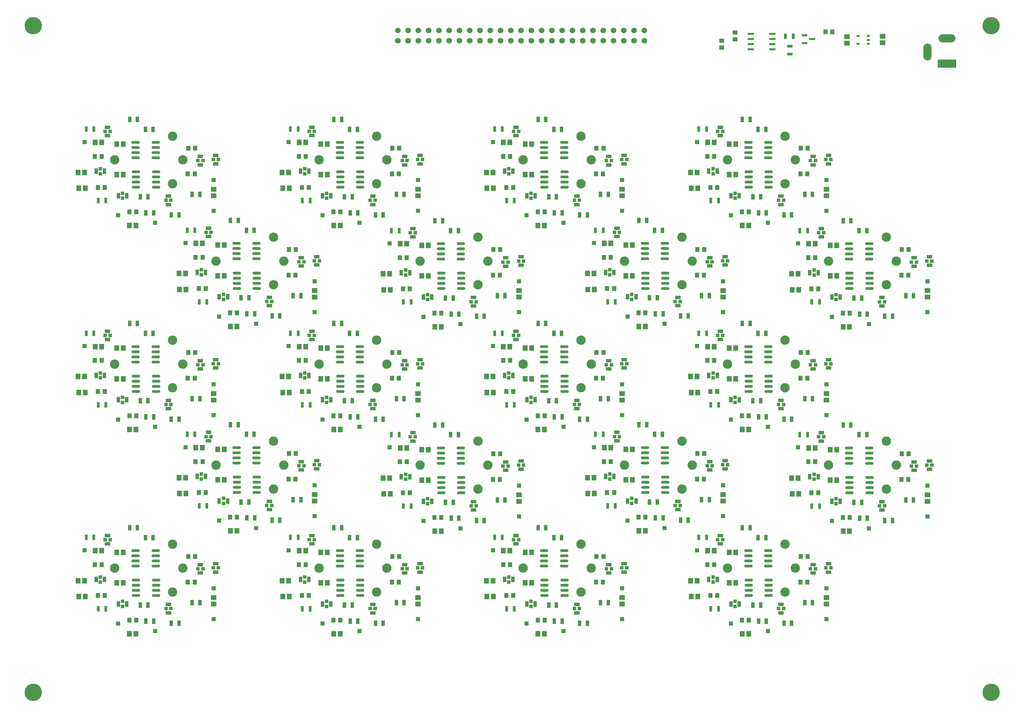
<source format=gbs>
G04 #@! TF.GenerationSoftware,KiCad,Pcbnew,7.0.2*
G04 #@! TF.CreationDate,2023-08-30T10:55:54+01:00*
G04 #@! TF.ProjectId,Air quality project,41697220-7175-4616-9c69-74792070726f,rev?*
G04 #@! TF.SameCoordinates,Original*
G04 #@! TF.FileFunction,Soldermask,Bot*
G04 #@! TF.FilePolarity,Negative*
%FSLAX45Y45*%
G04 Gerber Fmt 4.5, Leading zero omitted, Abs format (unit mm)*
G04 Created by KiCad (PCBNEW 7.0.2) date 2023-08-30 10:55:54*
%MOMM*%
%LPD*%
G01*
G04 APERTURE LIST*
G04 Aperture macros list*
%AMRoundRect*
0 Rectangle with rounded corners*
0 $1 Rounding radius*
0 $2 $3 $4 $5 $6 $7 $8 $9 X,Y pos of 4 corners*
0 Add a 4 corners polygon primitive as box body*
4,1,4,$2,$3,$4,$5,$6,$7,$8,$9,$2,$3,0*
0 Add four circle primitives for the rounded corners*
1,1,$1+$1,$2,$3*
1,1,$1+$1,$4,$5*
1,1,$1+$1,$6,$7*
1,1,$1+$1,$8,$9*
0 Add four rect primitives between the rounded corners*
20,1,$1+$1,$2,$3,$4,$5,0*
20,1,$1+$1,$4,$5,$6,$7,0*
20,1,$1+$1,$6,$7,$8,$9,0*
20,1,$1+$1,$8,$9,$2,$3,0*%
G04 Aperture macros list end*
%ADD10C,2.311400*%
%ADD11R,4.600000X2.000000*%
%ADD12O,4.200000X2.000000*%
%ADD13O,2.000000X4.200000*%
%ADD14C,4.300000*%
%ADD15C,1.397000*%
%ADD16R,1.005599X1.199998*%
%ADD17R,0.800001X0.549999*%
%ADD18R,0.863600X1.346200*%
%ADD19R,0.812800X0.812800*%
%ADD20R,1.000000X1.000000*%
%ADD21R,0.914400X1.397000*%
%ADD22RoundRect,0.150000X0.825000X0.150000X-0.825000X0.150000X-0.825000X-0.150000X0.825000X-0.150000X0*%
%ADD23R,1.305598X1.449997*%
%ADD24R,1.346200X0.863600*%
%ADD25R,0.711200X1.397000*%
%ADD26R,1.449997X1.305598*%
%ADD27R,1.549400X0.558800*%
%ADD28R,1.199998X1.005599*%
%ADD29R,1.397000X0.711200*%
%ADD30R,1.320800X0.558800*%
%ADD31R,1.587500X0.558800*%
G04 APERTURE END LIST*
D10*
G04 #@! TO.C,P17*
X21078000Y-11440000D03*
X21330000Y-10850000D03*
X21078000Y-10260000D03*
X19650000Y-10850000D03*
G04 #@! TD*
G04 #@! TO.C,P13*
X16028000Y-16490000D03*
X16280000Y-15900000D03*
X16028000Y-15310000D03*
X14600000Y-15900000D03*
G04 #@! TD*
G04 #@! TO.C,P12*
X16028000Y-11440000D03*
X16280000Y-10850000D03*
X16028000Y-10260000D03*
X14600000Y-10850000D03*
G04 #@! TD*
G04 #@! TO.C,P14*
X18528000Y-8890000D03*
X18780000Y-8300000D03*
X18528000Y-7710000D03*
X17100000Y-8300000D03*
G04 #@! TD*
G04 #@! TO.C,P7*
X10978000Y-11440000D03*
X11230000Y-10850000D03*
X10978000Y-10260000D03*
X9550000Y-10850000D03*
G04 #@! TD*
G04 #@! TO.C,P16*
X21078000Y-6390000D03*
X21330000Y-5800000D03*
X21078000Y-5210000D03*
X19650000Y-5800000D03*
G04 #@! TD*
D11*
G04 #@! TO.C,J1*
X25080000Y-3421000D03*
D12*
X25080000Y-2791000D03*
D13*
X24600000Y-3131000D03*
G04 #@! TD*
D10*
G04 #@! TO.C,P15*
X18528000Y-13940000D03*
X18780000Y-13350000D03*
X18528000Y-12760000D03*
X17100000Y-13350000D03*
G04 #@! TD*
G04 #@! TO.C,P8*
X10978000Y-16490000D03*
X11230000Y-15900000D03*
X10978000Y-15310000D03*
X9550000Y-15900000D03*
G04 #@! TD*
D14*
G04 #@! TO.C,M1*
X2481000Y-2483000D03*
G04 #@! TD*
G04 #@! TO.C,M2*
X26168000Y-2483000D03*
G04 #@! TD*
G04 #@! TO.C,M4*
X26168000Y-18968000D03*
G04 #@! TD*
D10*
G04 #@! TO.C,P19*
X22150000Y-8300000D03*
X23578000Y-7710000D03*
X23830000Y-8300000D03*
X23578000Y-8890000D03*
G04 #@! TD*
G04 #@! TO.C,P5*
X8428000Y-13940000D03*
X8680000Y-13350000D03*
X8428000Y-12760000D03*
X7000000Y-13350000D03*
G04 #@! TD*
G04 #@! TO.C,P10*
X13478000Y-13940000D03*
X13730000Y-13350000D03*
X13478000Y-12760000D03*
X12050000Y-13350000D03*
G04 #@! TD*
G04 #@! TO.C,P3*
X5928000Y-16490000D03*
X6180000Y-15900000D03*
X5928000Y-15310000D03*
X4500000Y-15900000D03*
G04 #@! TD*
G04 #@! TO.C,P11*
X16028000Y-6390000D03*
X16280000Y-5800000D03*
X16028000Y-5210000D03*
X14600000Y-5800000D03*
G04 #@! TD*
G04 #@! TO.C,P18*
X21078000Y-16490000D03*
X21330000Y-15900000D03*
X21078000Y-15310000D03*
X19650000Y-15900000D03*
G04 #@! TD*
G04 #@! TO.C,P1*
X5928000Y-6390000D03*
X6180000Y-5800000D03*
X5928000Y-5210000D03*
X4500000Y-5800000D03*
G04 #@! TD*
G04 #@! TO.C,P2*
X5928000Y-11440000D03*
X6180000Y-10850000D03*
X5928000Y-10260000D03*
X4500000Y-10850000D03*
G04 #@! TD*
D15*
G04 #@! TO.C,J2*
X17596000Y-2854000D03*
X17596000Y-2600000D03*
X17342000Y-2854000D03*
X17342000Y-2600000D03*
X17088000Y-2854000D03*
X17088000Y-2600000D03*
X16834000Y-2854000D03*
X16834000Y-2600000D03*
X16580000Y-2854000D03*
X16580000Y-2600000D03*
X16326000Y-2854000D03*
X16326000Y-2600000D03*
X16072000Y-2854000D03*
X16072000Y-2600000D03*
X15818000Y-2854000D03*
X15818000Y-2600000D03*
X15564000Y-2854000D03*
X15564000Y-2600000D03*
X15310000Y-2854000D03*
X15310000Y-2600000D03*
X15056000Y-2854000D03*
X15056000Y-2600000D03*
X14802000Y-2854000D03*
X14802000Y-2600000D03*
X14548000Y-2854000D03*
X14548000Y-2600000D03*
X14294000Y-2854000D03*
X14294000Y-2600000D03*
X14040000Y-2854000D03*
X14040000Y-2600000D03*
X13786000Y-2854000D03*
X13786000Y-2600000D03*
X13532000Y-2854000D03*
X13532000Y-2600000D03*
X13278000Y-2854000D03*
X13278000Y-2600000D03*
X13024000Y-2854000D03*
X13024000Y-2600000D03*
X12770000Y-2854000D03*
X12770000Y-2600000D03*
X12516000Y-2854000D03*
X12516000Y-2600000D03*
X12262000Y-2854000D03*
X12262000Y-2600000D03*
X12008000Y-2854000D03*
X12008000Y-2600000D03*
X11754000Y-2854000D03*
X11754000Y-2600000D03*
X11500000Y-2854000D03*
X11500000Y-2600000D03*
G04 #@! TD*
D10*
G04 #@! TO.C,P6*
X10978000Y-6390000D03*
X11230000Y-5800000D03*
X10978000Y-5210000D03*
X9550000Y-5800000D03*
G04 #@! TD*
G04 #@! TO.C,P9*
X13478000Y-8890000D03*
X13730000Y-8300000D03*
X13478000Y-7710000D03*
X12050000Y-8300000D03*
G04 #@! TD*
G04 #@! TO.C,P20*
X23578000Y-13940000D03*
X23830000Y-13350000D03*
X23578000Y-12760000D03*
X22150000Y-13350000D03*
G04 #@! TD*
G04 #@! TO.C,P4*
X8428000Y-8890000D03*
X8680000Y-8300000D03*
X8428000Y-7710000D03*
X7000000Y-8300000D03*
G04 #@! TD*
D14*
G04 #@! TO.C,M3*
X2479000Y-18969000D03*
G04 #@! TD*
D16*
G04 #@! TO.C,R13_8*
X9223560Y-15812000D03*
X9053000Y-15812000D03*
G04 #@! TD*
D17*
G04 #@! TO.C,U1*
X23132000Y-2735720D03*
X23132000Y-2830720D03*
X23132000Y-2925720D03*
X22877000Y-2925720D03*
X22877000Y-2735720D03*
G04 #@! TD*
D18*
G04 #@! TO.C,U9_14*
X16842340Y-8581995D03*
X16636599Y-8581995D03*
D19*
X16739469Y-8519765D03*
X16739469Y-8644225D03*
G04 #@! TD*
D20*
G04 #@! TO.C,TP1_19*
X24594969Y-8806700D03*
G04 #@! TD*
D21*
G04 #@! TO.C,R11_10*
X12604469Y-12355500D03*
X12413969Y-12355500D03*
G04 #@! TD*
D22*
G04 #@! TO.C,U3_8*
X10560000Y-15467000D03*
X10560000Y-15594000D03*
X10560000Y-15721000D03*
X10560000Y-15848000D03*
X10065000Y-15848000D03*
X10065000Y-15721000D03*
X10065000Y-15594000D03*
X10065000Y-15467000D03*
G04 #@! TD*
D23*
G04 #@! TO.C,C7_13*
X13691440Y-16211000D03*
X13852000Y-16211000D03*
G04 #@! TD*
D18*
G04 #@! TO.C,U10_11*
X14892870Y-6686230D03*
X14687130Y-6686230D03*
D19*
X14790000Y-6624000D03*
X14790000Y-6748460D03*
G04 #@! TD*
D20*
G04 #@! TO.C,TP2_9*
X13046969Y-9863500D03*
G04 #@! TD*
D24*
G04 #@! TO.C,U8_4*
X9113240Y-8421635D03*
X9113240Y-8215895D03*
D19*
X9175470Y-8318765D03*
X9051010Y-8318765D03*
G04 #@! TD*
D20*
G04 #@! TO.C,TP5_19*
X24594969Y-9568700D03*
G04 #@! TD*
G04 #@! TO.C,TP3_16*
X19735000Y-7173000D03*
G04 #@! TD*
D21*
G04 #@! TO.C,R9_19*
X22917969Y-9614500D03*
X23108469Y-9614500D03*
G04 #@! TD*
D23*
G04 #@! TO.C,C7_9*
X11138410Y-8618500D03*
X11298969Y-8618500D03*
G04 #@! TD*
D21*
G04 #@! TO.C,R10_20*
X22904469Y-12598500D03*
X23094969Y-12598500D03*
G04 #@! TD*
D20*
G04 #@! TO.C,TP5_1*
X6948000Y-7061200D03*
G04 #@! TD*
G04 #@! TO.C,TP2_15*
X18095470Y-14906765D03*
G04 #@! TD*
D16*
G04 #@! TO.C,R4_17*
X21454000Y-11197000D03*
X21624560Y-11197000D03*
G04 #@! TD*
D20*
G04 #@! TO.C,TP3_5*
X7080469Y-14723765D03*
G04 #@! TD*
D21*
G04 #@! TO.C,R10_18*
X20407500Y-15141000D03*
X20598000Y-15141000D03*
G04 #@! TD*
D16*
G04 #@! TO.C,R4_8*
X11354000Y-16247000D03*
X11524560Y-16247000D03*
G04 #@! TD*
D20*
G04 #@! TO.C,TP3_14*
X17180470Y-9673765D03*
G04 #@! TD*
D18*
G04 #@! TO.C,U10_3*
X4792870Y-16786230D03*
X4587130Y-16786230D03*
D19*
X4690000Y-16724000D03*
X4690000Y-16848460D03*
G04 #@! TD*
D21*
G04 #@! TO.C,R9_14*
X17866470Y-9607765D03*
X18056970Y-9607765D03*
G04 #@! TD*
D16*
G04 #@! TO.C,R4_18*
X21454000Y-16247000D03*
X21624560Y-16247000D03*
G04 #@! TD*
D24*
G04 #@! TO.C,U6_16*
X22149000Y-5690260D03*
X22149000Y-5896000D03*
D19*
X22086770Y-5793130D03*
X22211230Y-5793130D03*
G04 #@! TD*
D23*
G04 #@! TO.C,C9_18*
X19857000Y-16264000D03*
X19696440Y-16264000D03*
G04 #@! TD*
D24*
G04 #@! TO.C,U8_9*
X14164739Y-8428370D03*
X14164739Y-8222630D03*
D19*
X14226969Y-8325500D03*
X14102509Y-8325500D03*
G04 #@! TD*
D25*
G04 #@! TO.C,R16_12*
X14190500Y-11857200D03*
X14381000Y-11857200D03*
G04 #@! TD*
D20*
G04 #@! TO.C,TP1_6*
X11998000Y-6299200D03*
G04 #@! TD*
D18*
G04 #@! TO.C,U9_12*
X14346870Y-11131230D03*
X14141130Y-11131230D03*
D19*
X14244000Y-11069000D03*
X14244000Y-11193460D03*
G04 #@! TD*
D20*
G04 #@! TO.C,TP3_20*
X22231970Y-14730500D03*
G04 #@! TD*
G04 #@! TO.C,TP3_13*
X14685000Y-17273000D03*
G04 #@! TD*
D25*
G04 #@! TO.C,R16_14*
X16685969Y-9307965D03*
X16876470Y-9307965D03*
G04 #@! TD*
D26*
G04 #@! TO.C,C4_3*
X6948000Y-16788560D03*
X6948000Y-16628000D03*
G04 #@! TD*
D21*
G04 #@! TO.C,R12_5*
X7815969Y-14262765D03*
X7625469Y-14262765D03*
G04 #@! TD*
D24*
G04 #@! TO.C,U6_13*
X17099000Y-15790260D03*
X17099000Y-15996000D03*
D19*
X17036770Y-15893130D03*
X17161230Y-15893130D03*
G04 #@! TD*
D20*
G04 #@! TO.C,TP1_17*
X22098000Y-11349200D03*
G04 #@! TD*
D24*
G04 #@! TO.C,U7_11*
X15927230Y-6698000D03*
X15927230Y-6903740D03*
D19*
X15865000Y-6800870D03*
X15989460Y-6800870D03*
G04 #@! TD*
D21*
G04 #@! TO.C,R12_14*
X17915970Y-9212765D03*
X17725470Y-9212765D03*
G04 #@! TD*
D16*
G04 #@! TO.C,R14_18*
X20008000Y-17184000D03*
X20178560Y-17184000D03*
G04 #@! TD*
D23*
G04 #@! TO.C,C9_3*
X4707000Y-16264000D03*
X4546440Y-16264000D03*
G04 #@! TD*
D21*
G04 #@! TO.C,R12_16*
X20470500Y-6712000D03*
X20280000Y-6712000D03*
G04 #@! TD*
G04 #@! TO.C,R12_18*
X20470500Y-16812000D03*
X20280000Y-16812000D03*
G04 #@! TD*
D26*
G04 #@! TO.C,C4_13*
X17048000Y-16788560D03*
X17048000Y-16628000D03*
G04 #@! TD*
D16*
G04 #@! TO.C,R5_7*
X11363440Y-10562000D03*
X11534000Y-10562000D03*
G04 #@! TD*
D25*
G04 #@! TO.C,R15_5*
X6288469Y-12590765D03*
X6478969Y-12590765D03*
G04 #@! TD*
D23*
G04 #@! TO.C,C5_3*
X4171560Y-15467000D03*
X4011000Y-15467000D03*
G04 #@! TD*
D26*
G04 #@! TO.C,C4_15*
X19543470Y-14239325D03*
X19543470Y-14078765D03*
G04 #@! TD*
D23*
G04 #@! TO.C,C5_19*
X21818529Y-7874500D03*
X21657970Y-7874500D03*
G04 #@! TD*
D18*
G04 #@! TO.C,U10_2*
X4792870Y-11736230D03*
X4587130Y-11736230D03*
D19*
X4690000Y-11674000D03*
X4690000Y-11798460D03*
G04 #@! TD*
D20*
G04 #@! TO.C,TP5_3*
X6948000Y-17161200D03*
G04 #@! TD*
D21*
G04 #@! TO.C,R9_16*
X20421000Y-7107000D03*
X20611500Y-7107000D03*
G04 #@! TD*
D24*
G04 #@! TO.C,U7_19*
X23474199Y-9205500D03*
X23474199Y-9411240D03*
D19*
X23411969Y-9308370D03*
X23536429Y-9308370D03*
G04 #@! TD*
D25*
G04 #@! TO.C,R15_13*
X13893000Y-15140000D03*
X14083500Y-15140000D03*
G04 #@! TD*
D23*
G04 #@! TO.C,C9_4*
X7202469Y-8664765D03*
X7041910Y-8664765D03*
G04 #@! TD*
D16*
G04 #@! TO.C,R5_6*
X11363440Y-5512000D03*
X11534000Y-5512000D03*
G04 #@! TD*
D20*
G04 #@! TO.C,TP2_1*
X5500000Y-7356000D03*
G04 #@! TD*
D23*
G04 #@! TO.C,C6_6*
X9913440Y-7423000D03*
X10074000Y-7423000D03*
G04 #@! TD*
D16*
G04 #@! TO.C,R6_10*
X11627410Y-14037500D03*
X11797969Y-14037500D03*
G04 #@! TD*
G04 #@! TO.C,R5_18*
X21463440Y-15612000D03*
X21634000Y-15612000D03*
G04 #@! TD*
D21*
G04 #@! TO.C,R12_17*
X20470500Y-11762000D03*
X20280000Y-11762000D03*
G04 #@! TD*
D24*
G04 #@! TO.C,U8_16*
X21767770Y-5920870D03*
X21767770Y-5715130D03*
D19*
X21830000Y-5818000D03*
X21705540Y-5818000D03*
G04 #@! TD*
D23*
G04 #@! TO.C,C8_14*
X16199910Y-9004765D03*
X16360469Y-9004765D03*
G04 #@! TD*
D16*
G04 #@! TO.C,R14_6*
X9908000Y-7084000D03*
X10078560Y-7084000D03*
G04 #@! TD*
D20*
G04 #@! TO.C,TP4_3*
X3752000Y-15455000D03*
G04 #@! TD*
D23*
G04 #@! TO.C,C9_15*
X17302470Y-13714765D03*
X17141910Y-13714765D03*
G04 #@! TD*
D21*
G04 #@! TO.C,R10_13*
X15357500Y-15141000D03*
X15548000Y-15141000D03*
G04 #@! TD*
D16*
G04 #@! TO.C,R14_8*
X9908000Y-17184000D03*
X10078560Y-17184000D03*
G04 #@! TD*
D21*
G04 #@! TO.C,R12_12*
X15420500Y-11762000D03*
X15230000Y-11762000D03*
G04 #@! TD*
G04 #@! TO.C,R10_7*
X10307500Y-10091000D03*
X10498000Y-10091000D03*
G04 #@! TD*
D23*
G04 #@! TO.C,C9_5*
X7202469Y-13714765D03*
X7041910Y-13714765D03*
G04 #@! TD*
D24*
G04 #@! TO.C,U8_14*
X19213240Y-8421635D03*
X19213240Y-8215895D03*
D19*
X19275470Y-8318765D03*
X19151010Y-8318765D03*
G04 #@! TD*
D21*
G04 #@! TO.C,R8_19*
X24251469Y-9162500D03*
X24060969Y-9162500D03*
G04 #@! TD*
G04 #@! TO.C,R12_19*
X22967469Y-9219500D03*
X22776969Y-9219500D03*
G04 #@! TD*
D23*
G04 #@! TO.C,C5_2*
X4171560Y-10417000D03*
X4011000Y-10417000D03*
G04 #@! TD*
D21*
G04 #@! TO.C,R7_3*
X5895500Y-17262000D03*
X6086000Y-17262000D03*
G04 #@! TD*
D16*
G04 #@! TO.C,R5_5*
X8808910Y-13062765D03*
X8979470Y-13062765D03*
G04 #@! TD*
D21*
G04 #@! TO.C,R10_16*
X20407500Y-5041000D03*
X20598000Y-5041000D03*
G04 #@! TD*
D20*
G04 #@! TO.C,TP4_12*
X13852000Y-10405000D03*
G04 #@! TD*
G04 #@! TO.C,TP2_2*
X5500000Y-12406000D03*
G04 #@! TD*
G04 #@! TO.C,TP1_13*
X17048000Y-16399200D03*
G04 #@! TD*
D21*
G04 #@! TO.C,R12_2*
X5320500Y-11762000D03*
X5130000Y-11762000D03*
G04 #@! TD*
D25*
G04 #@! TO.C,R15_6*
X8843000Y-5040000D03*
X9033500Y-5040000D03*
G04 #@! TD*
D22*
G04 #@! TO.C,U4_10*
X13065969Y-13653500D03*
X13065969Y-13780500D03*
X13065969Y-13907500D03*
X13065969Y-14034500D03*
X12570969Y-14034500D03*
X12570969Y-13907500D03*
X12570969Y-13780500D03*
X12570969Y-13653500D03*
G04 #@! TD*
D18*
G04 #@! TO.C,U9_11*
X14346870Y-6081230D03*
X14141130Y-6081230D03*
D19*
X14244000Y-6019000D03*
X14244000Y-6143460D03*
G04 #@! TD*
D23*
G04 #@! TO.C,C7_12*
X13691440Y-11161000D03*
X13852000Y-11161000D03*
G04 #@! TD*
D22*
G04 #@! TO.C,U4_6*
X10569000Y-6096000D03*
X10569000Y-6223000D03*
X10569000Y-6350000D03*
X10569000Y-6477000D03*
X10074000Y-6477000D03*
X10074000Y-6350000D03*
X10074000Y-6223000D03*
X10074000Y-6096000D03*
G04 #@! TD*
D21*
G04 #@! TO.C,R8_6*
X11654500Y-6655000D03*
X11464000Y-6655000D03*
G04 #@! TD*
D16*
G04 #@! TO.C,R5_17*
X21463440Y-10562000D03*
X21634000Y-10562000D03*
G04 #@! TD*
G04 #@! TO.C,R5_13*
X16413440Y-15612000D03*
X16584000Y-15612000D03*
G04 #@! TD*
D21*
G04 #@! TO.C,R7_16*
X21045500Y-7162000D03*
X21236000Y-7162000D03*
G04 #@! TD*
D23*
G04 #@! TO.C,C10_7*
X9757000Y-10458000D03*
X9596440Y-10458000D03*
G04 #@! TD*
D24*
G04 #@! TO.C,U7_8*
X10877230Y-16798000D03*
X10877230Y-17003740D03*
D19*
X10815000Y-16900870D03*
X10939460Y-16900870D03*
G04 #@! TD*
D20*
G04 #@! TO.C,TP1_1*
X6948000Y-6299200D03*
G04 #@! TD*
D23*
G04 #@! TO.C,C6_3*
X4863440Y-17523000D03*
X5024000Y-17523000D03*
G04 #@! TD*
D25*
G04 #@! TO.C,R16_5*
X6585969Y-14357965D03*
X6776469Y-14357965D03*
G04 #@! TD*
D26*
G04 #@! TO.C,C4_6*
X11998000Y-6688560D03*
X11998000Y-6528000D03*
G04 #@! TD*
D21*
G04 #@! TO.C,R12_10*
X12867469Y-14269500D03*
X12676969Y-14269500D03*
G04 #@! TD*
D23*
G04 #@! TO.C,C6_4*
X7358910Y-9923765D03*
X7519469Y-9923765D03*
G04 #@! TD*
D16*
G04 #@! TO.C,R13_17*
X19323560Y-10762000D03*
X19153000Y-10762000D03*
G04 #@! TD*
D24*
G04 #@! TO.C,U8_11*
X16717770Y-5920870D03*
X16717770Y-5715130D03*
D19*
X16780000Y-5818000D03*
X16655540Y-5818000D03*
G04 #@! TD*
D24*
G04 #@! TO.C,U7_9*
X13374199Y-9205500D03*
X13374199Y-9411240D03*
D19*
X13311969Y-9308370D03*
X13436429Y-9308370D03*
G04 #@! TD*
D20*
G04 #@! TO.C,TP5_10*
X14494969Y-14618700D03*
G04 #@! TD*
D22*
G04 #@! TO.C,U3_16*
X20660000Y-5367000D03*
X20660000Y-5494000D03*
X20660000Y-5621000D03*
X20660000Y-5748000D03*
X20165000Y-5748000D03*
X20165000Y-5621000D03*
X20165000Y-5494000D03*
X20165000Y-5367000D03*
G04 #@! TD*
D18*
G04 #@! TO.C,U10_16*
X19942870Y-6686230D03*
X19737130Y-6686230D03*
D19*
X19840000Y-6624000D03*
X19840000Y-6748460D03*
G04 #@! TD*
D16*
G04 #@! TO.C,R6_11*
X14180440Y-6480000D03*
X14351000Y-6480000D03*
G04 #@! TD*
G04 #@! TO.C,R6_3*
X4080440Y-16580000D03*
X4251000Y-16580000D03*
G04 #@! TD*
D21*
G04 #@! TO.C,R9_1*
X5271000Y-7107000D03*
X5461500Y-7107000D03*
G04 #@! TD*
G04 #@! TO.C,R11_3*
X5057500Y-14898000D03*
X4867000Y-14898000D03*
G04 #@! TD*
G04 #@! TO.C,R8_14*
X19199970Y-9155765D03*
X19009470Y-9155765D03*
G04 #@! TD*
D16*
G04 #@! TO.C,R5_4*
X8808910Y-8012765D03*
X8979470Y-8012765D03*
G04 #@! TD*
D23*
G04 #@! TO.C,C7_8*
X8641440Y-16211000D03*
X8802000Y-16211000D03*
G04 #@! TD*
D21*
G04 #@! TO.C,R9_3*
X5271000Y-17207000D03*
X5461500Y-17207000D03*
G04 #@! TD*
D20*
G04 #@! TO.C,TP3_8*
X9635000Y-17273000D03*
G04 #@! TD*
D16*
G04 #@! TO.C,R13_3*
X4173560Y-15812000D03*
X4003000Y-15812000D03*
G04 #@! TD*
D24*
G04 #@! TO.C,U7_18*
X20977230Y-16798000D03*
X20977230Y-17003740D03*
D19*
X20915000Y-16900870D03*
X21039460Y-16900870D03*
G04 #@! TD*
D24*
G04 #@! TO.C,U6_9*
X14545969Y-8197760D03*
X14545969Y-8403500D03*
D19*
X14483739Y-8300630D03*
X14608199Y-8300630D03*
G04 #@! TD*
D21*
G04 #@! TO.C,R11_2*
X5057500Y-9848000D03*
X4867000Y-9848000D03*
G04 #@! TD*
D27*
G04 #@! TO.C,CR1*
X20763000Y-2684720D03*
X20763000Y-2811720D03*
X20763000Y-2938720D03*
X20763000Y-3065720D03*
X20227060Y-3065720D03*
X20227060Y-2938720D03*
X20227060Y-2811720D03*
X20227060Y-2684720D03*
G04 #@! TD*
D16*
G04 #@! TO.C,R13_4*
X6669029Y-8212765D03*
X6498469Y-8212765D03*
G04 #@! TD*
D25*
G04 #@! TO.C,R16_3*
X4090500Y-16907200D03*
X4281000Y-16907200D03*
G04 #@! TD*
D20*
G04 #@! TO.C,TP4_19*
X21398970Y-7862500D03*
G04 #@! TD*
D24*
G04 #@! TO.C,U5_11*
X14421770Y-5195870D03*
X14421770Y-4990130D03*
D19*
X14484000Y-5093000D03*
X14359540Y-5093000D03*
G04 #@! TD*
D23*
G04 #@! TO.C,C5_16*
X19321560Y-5367000D03*
X19161000Y-5367000D03*
G04 #@! TD*
G04 #@! TO.C,C9_13*
X14807000Y-16264000D03*
X14646440Y-16264000D03*
G04 #@! TD*
D18*
G04 #@! TO.C,U9_5*
X6742339Y-13631995D03*
X6536599Y-13631995D03*
D19*
X6639469Y-13569765D03*
X6639469Y-13694225D03*
G04 #@! TD*
D20*
G04 #@! TO.C,TP2_20*
X23146969Y-14913500D03*
G04 #@! TD*
D24*
G04 #@! TO.C,U5_14*
X16917240Y-7696635D03*
X16917240Y-7490895D03*
D19*
X16979470Y-7593765D03*
X16855010Y-7593765D03*
G04 #@! TD*
D21*
G04 #@! TO.C,R8_17*
X21754500Y-11705000D03*
X21564000Y-11705000D03*
G04 #@! TD*
D20*
G04 #@! TO.C,TP5_7*
X11998000Y-12111200D03*
G04 #@! TD*
D16*
G04 #@! TO.C,R13_6*
X9223560Y-5712000D03*
X9053000Y-5712000D03*
G04 #@! TD*
G04 #@! TO.C,R13_13*
X14273560Y-15812000D03*
X14103000Y-15812000D03*
G04 #@! TD*
D23*
G04 #@! TO.C,C5_6*
X9221560Y-5367000D03*
X9061000Y-5367000D03*
G04 #@! TD*
G04 #@! TO.C,C8_19*
X21251410Y-9011500D03*
X21411970Y-9011500D03*
G04 #@! TD*
D21*
G04 #@! TO.C,R9_4*
X7766469Y-9607765D03*
X7956969Y-9607765D03*
G04 #@! TD*
D25*
G04 #@! TO.C,R15_15*
X16388469Y-12590765D03*
X16578969Y-12590765D03*
G04 #@! TD*
D21*
G04 #@! TO.C,R11_11*
X15157500Y-4798000D03*
X14967000Y-4798000D03*
G04 #@! TD*
D18*
G04 #@! TO.C,U10_8*
X9842870Y-16786230D03*
X9637130Y-16786230D03*
D19*
X9740000Y-16724000D03*
X9740000Y-16848460D03*
G04 #@! TD*
D25*
G04 #@! TO.C,R16_11*
X14190500Y-6807200D03*
X14381000Y-6807200D03*
G04 #@! TD*
G04 #@! TO.C,R15_11*
X13893000Y-5040000D03*
X14083500Y-5040000D03*
G04 #@! TD*
D23*
G04 #@! TO.C,C6_13*
X14963440Y-17523000D03*
X15124000Y-17523000D03*
G04 #@! TD*
D25*
G04 #@! TO.C,R15_4*
X6288469Y-7540765D03*
X6478969Y-7540765D03*
G04 #@! TD*
D23*
G04 #@! TO.C,C7_17*
X18741440Y-11161000D03*
X18902000Y-11161000D03*
G04 #@! TD*
D28*
G04 #@! TO.C,R_CLK1*
X19840000Y-2819560D03*
X19840000Y-2649000D03*
G04 #@! TD*
D21*
G04 #@! TO.C,R10_3*
X5257500Y-15141000D03*
X5448000Y-15141000D03*
G04 #@! TD*
D23*
G04 #@! TO.C,C9_9*
X12253969Y-8671500D03*
X12093410Y-8671500D03*
G04 #@! TD*
D21*
G04 #@! TO.C,R9_5*
X7766469Y-14657765D03*
X7956969Y-14657765D03*
G04 #@! TD*
G04 #@! TO.C,R9_11*
X15371000Y-7107000D03*
X15561500Y-7107000D03*
G04 #@! TD*
D20*
G04 #@! TO.C,TP4_10*
X11298969Y-12912500D03*
G04 #@! TD*
G04 #@! TO.C,TP4_4*
X6247469Y-7855765D03*
G04 #@! TD*
G04 #@! TO.C,TP4_1*
X3752000Y-5355000D03*
G04 #@! TD*
D16*
G04 #@! TO.C,R6_6*
X9130440Y-6480000D03*
X9301000Y-6480000D03*
G04 #@! TD*
D24*
G04 #@! TO.C,U8_2*
X6617770Y-10970870D03*
X6617770Y-10765130D03*
D19*
X6680000Y-10868000D03*
X6555540Y-10868000D03*
G04 #@! TD*
D23*
G04 #@! TO.C,C10_8*
X9757000Y-15508000D03*
X9596440Y-15508000D03*
G04 #@! TD*
G04 #@! TO.C,C6_8*
X9913440Y-17523000D03*
X10074000Y-17523000D03*
G04 #@! TD*
D20*
G04 #@! TO.C,TP3_18*
X19735000Y-17273000D03*
G04 #@! TD*
G04 #@! TO.C,TP2_5*
X7995469Y-14906765D03*
G04 #@! TD*
D25*
G04 #@! TO.C,R16_2*
X4090500Y-11857200D03*
X4281000Y-11857200D03*
G04 #@! TD*
D20*
G04 #@! TO.C,TP1_9*
X14494969Y-8806700D03*
G04 #@! TD*
D18*
G04 #@! TO.C,U9_10*
X11793839Y-13638730D03*
X11588099Y-13638730D03*
D19*
X11690969Y-13576500D03*
X11690969Y-13700960D03*
G04 #@! TD*
D22*
G04 #@! TO.C,U4_20*
X23165969Y-13653500D03*
X23165969Y-13780500D03*
X23165969Y-13907500D03*
X23165969Y-14034500D03*
X22670969Y-14034500D03*
X22670969Y-13907500D03*
X22670969Y-13780500D03*
X22670969Y-13653500D03*
G04 #@! TD*
D23*
G04 #@! TO.C,C6_12*
X14963440Y-12473000D03*
X15124000Y-12473000D03*
G04 #@! TD*
D20*
G04 #@! TO.C,TP5_17*
X22098000Y-12111200D03*
G04 #@! TD*
D23*
G04 #@! TO.C,C9_12*
X14807000Y-11214000D03*
X14646440Y-11214000D03*
G04 #@! TD*
D16*
G04 #@! TO.C,R13_11*
X14273560Y-5712000D03*
X14103000Y-5712000D03*
G04 #@! TD*
D26*
G04 #@! TO.C,C2*
X22604000Y-2747000D03*
X22604000Y-2907560D03*
G04 #@! TD*
D21*
G04 #@! TO.C,R10_17*
X20407500Y-10091000D03*
X20598000Y-10091000D03*
G04 #@! TD*
D24*
G04 #@! TO.C,U8_5*
X9113240Y-13471635D03*
X9113240Y-13265895D03*
D19*
X9175470Y-13368765D03*
X9051010Y-13368765D03*
G04 #@! TD*
D23*
G04 #@! TO.C,C5_9*
X11718529Y-7874500D03*
X11557969Y-7874500D03*
G04 #@! TD*
D24*
G04 #@! TO.C,U7_14*
X18422700Y-9198765D03*
X18422700Y-9404505D03*
D19*
X18360470Y-9301635D03*
X18484930Y-9301635D03*
G04 #@! TD*
D24*
G04 #@! TO.C,U8_10*
X14164739Y-13478370D03*
X14164739Y-13272630D03*
D19*
X14226969Y-13375500D03*
X14102509Y-13375500D03*
G04 #@! TD*
D18*
G04 #@! TO.C,U9_15*
X16842340Y-13631995D03*
X16636599Y-13631995D03*
D19*
X16739469Y-13569765D03*
X16739469Y-13694225D03*
G04 #@! TD*
D21*
G04 #@! TO.C,R12_13*
X15420500Y-16812000D03*
X15230000Y-16812000D03*
G04 #@! TD*
D23*
G04 #@! TO.C,C9_16*
X19857000Y-6164000D03*
X19696440Y-6164000D03*
G04 #@! TD*
D25*
G04 #@! TO.C,R15_19*
X21439970Y-7547500D03*
X21630470Y-7547500D03*
G04 #@! TD*
G04 #@! TO.C,R16_18*
X19240500Y-16907200D03*
X19431000Y-16907200D03*
G04 #@! TD*
D23*
G04 #@! TO.C,C9_14*
X17302470Y-8664765D03*
X17141910Y-8664765D03*
G04 #@! TD*
D21*
G04 #@! TO.C,R10_5*
X7752969Y-12591765D03*
X7943469Y-12591765D03*
G04 #@! TD*
D16*
G04 #@! TO.C,R4_10*
X13850969Y-13704500D03*
X14021529Y-13704500D03*
G04 #@! TD*
D20*
G04 #@! TO.C,TP5_8*
X11998000Y-17161200D03*
G04 #@! TD*
D16*
G04 #@! TO.C,R13_1*
X4173560Y-5712000D03*
X4003000Y-5712000D03*
G04 #@! TD*
D20*
G04 #@! TO.C,TP3_17*
X19735000Y-12223000D03*
G04 #@! TD*
G04 #@! TO.C,TP5_2*
X6948000Y-12111200D03*
G04 #@! TD*
D16*
G04 #@! TO.C,R13_15*
X16769029Y-13262765D03*
X16598469Y-13262765D03*
G04 #@! TD*
D23*
G04 #@! TO.C,C8_11*
X13704440Y-6504000D03*
X13865000Y-6504000D03*
G04 #@! TD*
D20*
G04 #@! TO.C,TP4_14*
X16347469Y-7855765D03*
G04 #@! TD*
D24*
G04 #@! TO.C,U7_10*
X13374199Y-14255500D03*
X13374199Y-14461240D03*
D19*
X13311969Y-14358370D03*
X13436429Y-14358370D03*
G04 #@! TD*
D22*
G04 #@! TO.C,U3_3*
X5510000Y-15467000D03*
X5510000Y-15594000D03*
X5510000Y-15721000D03*
X5510000Y-15848000D03*
X5015000Y-15848000D03*
X5015000Y-15721000D03*
X5015000Y-15594000D03*
X5015000Y-15467000D03*
G04 #@! TD*
D21*
G04 #@! TO.C,R9_6*
X10321000Y-7107000D03*
X10511500Y-7107000D03*
G04 #@! TD*
G04 #@! TO.C,R9_8*
X10321000Y-17207000D03*
X10511500Y-17207000D03*
G04 #@! TD*
G04 #@! TO.C,R11_15*
X17652970Y-12348765D03*
X17462470Y-12348765D03*
G04 #@! TD*
D20*
G04 #@! TO.C,TP5_13*
X17048000Y-17161200D03*
G04 #@! TD*
D22*
G04 #@! TO.C,U3_13*
X15610000Y-15467000D03*
X15610000Y-15594000D03*
X15610000Y-15721000D03*
X15610000Y-15848000D03*
X15115000Y-15848000D03*
X15115000Y-15721000D03*
X15115000Y-15594000D03*
X15115000Y-15467000D03*
G04 #@! TD*
G04 #@! TO.C,U4_9*
X13065969Y-8603500D03*
X13065969Y-8730500D03*
X13065969Y-8857500D03*
X13065969Y-8984500D03*
X12570969Y-8984500D03*
X12570969Y-8857500D03*
X12570969Y-8730500D03*
X12570969Y-8603500D03*
G04 #@! TD*
D21*
G04 #@! TO.C,R7_4*
X8390970Y-9662765D03*
X8581470Y-9662765D03*
G04 #@! TD*
D16*
G04 #@! TO.C,R14_14*
X17453470Y-9584765D03*
X17624029Y-9584765D03*
G04 #@! TD*
G04 #@! TO.C,R6_15*
X16675910Y-14030765D03*
X16846470Y-14030765D03*
G04 #@! TD*
D23*
G04 #@! TO.C,C7_6*
X8641440Y-6111000D03*
X8802000Y-6111000D03*
G04 #@! TD*
D20*
G04 #@! TO.C,TP3_11*
X14685000Y-7173000D03*
G04 #@! TD*
D23*
G04 #@! TO.C,C10_9*
X12253969Y-7915500D03*
X12093410Y-7915500D03*
G04 #@! TD*
D21*
G04 #@! TO.C,R12_15*
X17915970Y-14262765D03*
X17725470Y-14262765D03*
G04 #@! TD*
D18*
G04 #@! TO.C,U10_1*
X4792870Y-6686230D03*
X4587130Y-6686230D03*
D19*
X4690000Y-6624000D03*
X4690000Y-6748460D03*
G04 #@! TD*
D20*
G04 #@! TO.C,TP3_7*
X9635000Y-12223000D03*
G04 #@! TD*
D25*
G04 #@! TO.C,R15_20*
X21439970Y-12597500D03*
X21630470Y-12597500D03*
G04 #@! TD*
D21*
G04 #@! TO.C,R10_19*
X22904469Y-7548500D03*
X23094969Y-7548500D03*
G04 #@! TD*
D23*
G04 #@! TO.C,C5_18*
X19321560Y-15467000D03*
X19161000Y-15467000D03*
G04 #@! TD*
G04 #@! TO.C,C6_20*
X22510410Y-14980500D03*
X22670969Y-14980500D03*
G04 #@! TD*
D16*
G04 #@! TO.C,R14_13*
X14958000Y-17184000D03*
X15128560Y-17184000D03*
G04 #@! TD*
D22*
G04 #@! TO.C,U3_4*
X8005469Y-7867765D03*
X8005469Y-7994765D03*
X8005469Y-8121765D03*
X8005469Y-8248765D03*
X7510469Y-8248765D03*
X7510469Y-8121765D03*
X7510469Y-7994765D03*
X7510469Y-7867765D03*
G04 #@! TD*
D18*
G04 #@! TO.C,U10_4*
X7288339Y-9186995D03*
X7082599Y-9186995D03*
D19*
X7185469Y-9124765D03*
X7185469Y-9249225D03*
G04 #@! TD*
D23*
G04 #@! TO.C,C5_8*
X9221560Y-15467000D03*
X9061000Y-15467000D03*
G04 #@! TD*
D20*
G04 #@! TO.C,TP1_16*
X22098000Y-6299200D03*
G04 #@! TD*
D23*
G04 #@! TO.C,C7_18*
X18741440Y-16211000D03*
X18902000Y-16211000D03*
G04 #@! TD*
D25*
G04 #@! TO.C,R16_7*
X9140500Y-11857200D03*
X9331000Y-11857200D03*
G04 #@! TD*
D23*
G04 #@! TO.C,C10_11*
X14807000Y-5408000D03*
X14646440Y-5408000D03*
G04 #@! TD*
D21*
G04 #@! TO.C,R10_4*
X7752969Y-7541765D03*
X7943469Y-7541765D03*
G04 #@! TD*
D22*
G04 #@! TO.C,U3_10*
X13056969Y-12924500D03*
X13056969Y-13051500D03*
X13056969Y-13178500D03*
X13056969Y-13305500D03*
X12561969Y-13305500D03*
X12561969Y-13178500D03*
X12561969Y-13051500D03*
X12561969Y-12924500D03*
G04 #@! TD*
D24*
G04 #@! TO.C,U5_1*
X4321770Y-5195870D03*
X4321770Y-4990130D03*
D19*
X4384000Y-5093000D03*
X4259540Y-5093000D03*
G04 #@! TD*
D21*
G04 #@! TO.C,R10_1*
X5257500Y-5041000D03*
X5448000Y-5041000D03*
G04 #@! TD*
D25*
G04 #@! TO.C,R16_10*
X11637469Y-14364700D03*
X11827969Y-14364700D03*
G04 #@! TD*
D22*
G04 #@! TO.C,U3_7*
X10560000Y-10417000D03*
X10560000Y-10544000D03*
X10560000Y-10671000D03*
X10560000Y-10798000D03*
X10065000Y-10798000D03*
X10065000Y-10671000D03*
X10065000Y-10544000D03*
X10065000Y-10417000D03*
G04 #@! TD*
D16*
G04 #@! TO.C,R13_12*
X14273560Y-10762000D03*
X14103000Y-10762000D03*
G04 #@! TD*
D23*
G04 #@! TO.C,C9_7*
X9757000Y-11214000D03*
X9596440Y-11214000D03*
G04 #@! TD*
G04 #@! TO.C,C7_7*
X8641440Y-11161000D03*
X8802000Y-11161000D03*
G04 #@! TD*
D24*
G04 #@! TO.C,U7_17*
X20977230Y-11748000D03*
X20977230Y-11953740D03*
D19*
X20915000Y-11850870D03*
X21039460Y-11850870D03*
G04 #@! TD*
D24*
G04 #@! TO.C,U7_13*
X15927230Y-16798000D03*
X15927230Y-17003740D03*
D19*
X15865000Y-16900870D03*
X15989460Y-16900870D03*
G04 #@! TD*
D16*
G04 #@! TO.C,R14_17*
X20008000Y-12134000D03*
X20178560Y-12134000D03*
G04 #@! TD*
D23*
G04 #@! TO.C,C6_2*
X4863440Y-12473000D03*
X5024000Y-12473000D03*
G04 #@! TD*
G04 #@! TO.C,C8_1*
X3604440Y-6504000D03*
X3765000Y-6504000D03*
G04 #@! TD*
D21*
G04 #@! TO.C,R12_1*
X5320500Y-6712000D03*
X5130000Y-6712000D03*
G04 #@! TD*
D18*
G04 #@! TO.C,U10_6*
X9842870Y-6686230D03*
X9637130Y-6686230D03*
D19*
X9740000Y-6624000D03*
X9740000Y-6748460D03*
G04 #@! TD*
D20*
G04 #@! TO.C,TP3_6*
X9635000Y-7173000D03*
G04 #@! TD*
D21*
G04 #@! TO.C,R7_17*
X21045500Y-12212000D03*
X21236000Y-12212000D03*
G04 #@! TD*
D16*
G04 #@! TO.C,R14_7*
X9908000Y-12134000D03*
X10078560Y-12134000D03*
G04 #@! TD*
D25*
G04 #@! TO.C,R16_20*
X21737470Y-14364700D03*
X21927970Y-14364700D03*
G04 #@! TD*
D21*
G04 #@! TO.C,R9_10*
X12817969Y-14664500D03*
X13008469Y-14664500D03*
G04 #@! TD*
D25*
G04 #@! TO.C,R15_3*
X3793000Y-15140000D03*
X3983500Y-15140000D03*
G04 #@! TD*
D24*
G04 #@! TO.C,U6_4*
X9494470Y-8191025D03*
X9494470Y-8396765D03*
D19*
X9432240Y-8293895D03*
X9556700Y-8293895D03*
G04 #@! TD*
D24*
G04 #@! TO.C,U6_2*
X6999000Y-10740260D03*
X6999000Y-10946000D03*
D19*
X6936770Y-10843130D03*
X7061230Y-10843130D03*
G04 #@! TD*
D18*
G04 #@! TO.C,U10_13*
X14892870Y-16786230D03*
X14687130Y-16786230D03*
D19*
X14790000Y-16724000D03*
X14790000Y-16848460D03*
G04 #@! TD*
D25*
G04 #@! TO.C,R16_19*
X21737470Y-9314700D03*
X21927970Y-9314700D03*
G04 #@! TD*
D21*
G04 #@! TO.C,R7_5*
X8390970Y-14712765D03*
X8581470Y-14712765D03*
G04 #@! TD*
D16*
G04 #@! TO.C,R14_19*
X22504969Y-9591500D03*
X22675529Y-9591500D03*
G04 #@! TD*
D23*
G04 #@! TO.C,C5_14*
X16767029Y-7867765D03*
X16606469Y-7867765D03*
G04 #@! TD*
D24*
G04 #@! TO.C,U5_19*
X21968740Y-7703370D03*
X21968740Y-7497630D03*
D19*
X22030970Y-7600500D03*
X21906510Y-7600500D03*
G04 #@! TD*
D16*
G04 #@! TO.C,R5_12*
X16413440Y-10562000D03*
X16584000Y-10562000D03*
G04 #@! TD*
D21*
G04 #@! TO.C,R8_1*
X6604500Y-6655000D03*
X6414000Y-6655000D03*
G04 #@! TD*
D16*
G04 #@! TO.C,R5_20*
X23960410Y-13069500D03*
X24130969Y-13069500D03*
G04 #@! TD*
D24*
G04 #@! TO.C,U5_17*
X19471770Y-10245870D03*
X19471770Y-10040130D03*
D19*
X19534000Y-10143000D03*
X19409540Y-10143000D03*
G04 #@! TD*
D22*
G04 #@! TO.C,U3_9*
X13056969Y-7874500D03*
X13056969Y-8001500D03*
X13056969Y-8128500D03*
X13056969Y-8255500D03*
X12561969Y-8255500D03*
X12561969Y-8128500D03*
X12561969Y-8001500D03*
X12561969Y-7874500D03*
G04 #@! TD*
D24*
G04 #@! TO.C,U5_6*
X9371770Y-5195870D03*
X9371770Y-4990130D03*
D19*
X9434000Y-5093000D03*
X9309540Y-5093000D03*
G04 #@! TD*
D21*
G04 #@! TO.C,R7_19*
X23542469Y-9669500D03*
X23732969Y-9669500D03*
G04 #@! TD*
G04 #@! TO.C,R11_7*
X10107500Y-9848000D03*
X9917000Y-9848000D03*
G04 #@! TD*
D24*
G04 #@! TO.C,U6_7*
X12049000Y-10740260D03*
X12049000Y-10946000D03*
D19*
X11986770Y-10843130D03*
X12111230Y-10843130D03*
G04 #@! TD*
D23*
G04 #@! TO.C,C6_1*
X4863440Y-7423000D03*
X5024000Y-7423000D03*
G04 #@! TD*
D22*
G04 #@! TO.C,U4_17*
X20669000Y-11146000D03*
X20669000Y-11273000D03*
X20669000Y-11400000D03*
X20669000Y-11527000D03*
X20174000Y-11527000D03*
X20174000Y-11400000D03*
X20174000Y-11273000D03*
X20174000Y-11146000D03*
G04 #@! TD*
G04 #@! TO.C,U4_3*
X5519000Y-16196000D03*
X5519000Y-16323000D03*
X5519000Y-16450000D03*
X5519000Y-16577000D03*
X5024000Y-16577000D03*
X5024000Y-16450000D03*
X5024000Y-16323000D03*
X5024000Y-16196000D03*
G04 #@! TD*
D25*
G04 #@! TO.C,R16_15*
X16685969Y-14357965D03*
X16876470Y-14357965D03*
G04 #@! TD*
D16*
G04 #@! TO.C,R13_18*
X19323560Y-15812000D03*
X19153000Y-15812000D03*
G04 #@! TD*
D23*
G04 #@! TO.C,C8_4*
X6099910Y-9004765D03*
X6260469Y-9004765D03*
G04 #@! TD*
G04 #@! TO.C,C8_9*
X11151410Y-9011500D03*
X11311969Y-9011500D03*
G04 #@! TD*
D21*
G04 #@! TO.C,R11_18*
X20207500Y-14898000D03*
X20017000Y-14898000D03*
G04 #@! TD*
D26*
G04 #@! TO.C,C4_17*
X22098000Y-11738560D03*
X22098000Y-11578000D03*
G04 #@! TD*
G04 #@! TO.C,C1*
X23492000Y-2737720D03*
X23492000Y-2898280D03*
G04 #@! TD*
D25*
G04 #@! TO.C,R16_1*
X4090500Y-6807200D03*
X4281000Y-6807200D03*
G04 #@! TD*
D21*
G04 #@! TO.C,R7_7*
X10945500Y-12212000D03*
X11136000Y-12212000D03*
G04 #@! TD*
D16*
G04 #@! TO.C,R13_14*
X16769029Y-8212765D03*
X16598469Y-8212765D03*
G04 #@! TD*
G04 #@! TO.C,R6_4*
X6575910Y-8980765D03*
X6746469Y-8980765D03*
G04 #@! TD*
G04 #@! TO.C,R14_20*
X22504969Y-14641500D03*
X22675529Y-14641500D03*
G04 #@! TD*
D22*
G04 #@! TO.C,U4_2*
X5519000Y-11146000D03*
X5519000Y-11273000D03*
X5519000Y-11400000D03*
X5519000Y-11527000D03*
X5024000Y-11527000D03*
X5024000Y-11400000D03*
X5024000Y-11273000D03*
X5024000Y-11146000D03*
G04 #@! TD*
D21*
G04 #@! TO.C,R10_2*
X5257500Y-10091000D03*
X5448000Y-10091000D03*
G04 #@! TD*
D23*
G04 #@! TO.C,C6_14*
X17458910Y-9923765D03*
X17619470Y-9923765D03*
G04 #@! TD*
D21*
G04 #@! TO.C,R10_12*
X15357500Y-10091000D03*
X15548000Y-10091000D03*
G04 #@! TD*
D20*
G04 #@! TO.C,TP2_10*
X13046969Y-14913500D03*
G04 #@! TD*
D23*
G04 #@! TO.C,C8_15*
X16199910Y-14054765D03*
X16360469Y-14054765D03*
G04 #@! TD*
G04 #@! TO.C,C5_11*
X14271560Y-5367000D03*
X14111000Y-5367000D03*
G04 #@! TD*
D24*
G04 #@! TO.C,U7_4*
X8322699Y-9198765D03*
X8322699Y-9404505D03*
D19*
X8260469Y-9301635D03*
X8384929Y-9301635D03*
G04 #@! TD*
D24*
G04 #@! TO.C,U6_18*
X22149000Y-15790260D03*
X22149000Y-15996000D03*
D19*
X22086770Y-15893130D03*
X22211230Y-15893130D03*
G04 #@! TD*
D23*
G04 #@! TO.C,C7_11*
X13691440Y-6111000D03*
X13852000Y-6111000D03*
G04 #@! TD*
D21*
G04 #@! TO.C,R7_1*
X5895500Y-7162000D03*
X6086000Y-7162000D03*
G04 #@! TD*
D23*
G04 #@! TO.C,C5_13*
X14271560Y-15467000D03*
X14111000Y-15467000D03*
G04 #@! TD*
D16*
G04 #@! TO.C,R4_12*
X16404000Y-11197000D03*
X16574560Y-11197000D03*
G04 #@! TD*
D18*
G04 #@! TO.C,U10_9*
X12339839Y-9193730D03*
X12134099Y-9193730D03*
D19*
X12236969Y-9131500D03*
X12236969Y-9255960D03*
G04 #@! TD*
D21*
G04 #@! TO.C,R7_9*
X13442469Y-9669500D03*
X13632969Y-9669500D03*
G04 #@! TD*
D20*
G04 #@! TO.C,TP2_13*
X15600000Y-17456000D03*
G04 #@! TD*
D26*
G04 #@! TO.C,C4_1*
X6948000Y-6688560D03*
X6948000Y-6528000D03*
G04 #@! TD*
D23*
G04 #@! TO.C,C8_20*
X21251410Y-14061500D03*
X21411970Y-14061500D03*
G04 #@! TD*
D16*
G04 #@! TO.C,R4_1*
X6304000Y-6147000D03*
X6474560Y-6147000D03*
G04 #@! TD*
D23*
G04 #@! TO.C,C6_9*
X12410410Y-9930500D03*
X12570969Y-9930500D03*
G04 #@! TD*
D19*
G04 #@! TO.C,U6_19*
X24708199Y-8300630D03*
X24583739Y-8300630D03*
D24*
X24645969Y-8403500D03*
X24645969Y-8197760D03*
G04 #@! TD*
D23*
G04 #@! TO.C,C7_1*
X3591440Y-6111000D03*
X3752000Y-6111000D03*
G04 #@! TD*
D20*
G04 #@! TO.C,TP2_7*
X10550000Y-12406000D03*
G04 #@! TD*
D23*
G04 #@! TO.C,C6_18*
X20013440Y-17523000D03*
X20174000Y-17523000D03*
G04 #@! TD*
G04 #@! TO.C,C9_19*
X22353970Y-8671500D03*
X22193410Y-8671500D03*
G04 #@! TD*
D21*
G04 #@! TO.C,R7_20*
X23542469Y-14719500D03*
X23732969Y-14719500D03*
G04 #@! TD*
D18*
G04 #@! TO.C,U9_4*
X6742339Y-8581995D03*
X6536599Y-8581995D03*
D19*
X6639469Y-8519765D03*
X6639469Y-8644225D03*
G04 #@! TD*
D24*
G04 #@! TO.C,U5_8*
X9371770Y-15295870D03*
X9371770Y-15090130D03*
D19*
X9434000Y-15193000D03*
X9309540Y-15193000D03*
G04 #@! TD*
D23*
G04 #@! TO.C,C10_12*
X14807000Y-10458000D03*
X14646440Y-10458000D03*
G04 #@! TD*
D22*
G04 #@! TO.C,U4_7*
X10569000Y-11146000D03*
X10569000Y-11273000D03*
X10569000Y-11400000D03*
X10569000Y-11527000D03*
X10074000Y-11527000D03*
X10074000Y-11400000D03*
X10074000Y-11273000D03*
X10074000Y-11146000D03*
G04 #@! TD*
D20*
G04 #@! TO.C,TP4_9*
X11298969Y-7862500D03*
G04 #@! TD*
D18*
G04 #@! TO.C,U9_9*
X11793839Y-8588730D03*
X11588099Y-8588730D03*
D19*
X11690969Y-8526500D03*
X11690969Y-8650960D03*
G04 #@! TD*
D23*
G04 #@! TO.C,C10_3*
X4707000Y-15508000D03*
X4546440Y-15508000D03*
G04 #@! TD*
D16*
G04 #@! TO.C,R5_2*
X6313440Y-10562000D03*
X6484000Y-10562000D03*
G04 #@! TD*
G04 #@! TO.C,R6_17*
X19230440Y-11530000D03*
X19401000Y-11530000D03*
G04 #@! TD*
D21*
G04 #@! TO.C,R7_13*
X15995500Y-17262000D03*
X16186000Y-17262000D03*
G04 #@! TD*
D20*
G04 #@! TO.C,TP3_12*
X14685000Y-12223000D03*
G04 #@! TD*
D25*
G04 #@! TO.C,R16_4*
X6585969Y-9307965D03*
X6776469Y-9307965D03*
G04 #@! TD*
G04 #@! TO.C,R15_12*
X13893000Y-10090000D03*
X14083500Y-10090000D03*
G04 #@! TD*
D20*
G04 #@! TO.C,TP2_18*
X20650000Y-17456000D03*
G04 #@! TD*
D21*
G04 #@! TO.C,R9_2*
X5271000Y-12157000D03*
X5461500Y-12157000D03*
G04 #@! TD*
D25*
G04 #@! TO.C,R16_17*
X19240500Y-11857200D03*
X19431000Y-11857200D03*
G04 #@! TD*
D20*
G04 #@! TO.C,TP2_11*
X15600000Y-7356000D03*
G04 #@! TD*
D16*
G04 #@! TO.C,R6_18*
X19230440Y-16580000D03*
X19401000Y-16580000D03*
G04 #@! TD*
G04 #@! TO.C,R4_9*
X13850969Y-8654500D03*
X14021529Y-8654500D03*
G04 #@! TD*
D25*
G04 #@! TO.C,R16_16*
X19240500Y-6807200D03*
X19431000Y-6807200D03*
G04 #@! TD*
D20*
G04 #@! TO.C,TP3_9*
X12131969Y-9680500D03*
G04 #@! TD*
D23*
G04 #@! TO.C,C6_11*
X14963440Y-7423000D03*
X15124000Y-7423000D03*
G04 #@! TD*
D21*
G04 #@! TO.C,R8_4*
X9099970Y-9155765D03*
X8909470Y-9155765D03*
G04 #@! TD*
D24*
G04 #@! TO.C,U7_6*
X10877230Y-6698000D03*
X10877230Y-6903740D03*
D19*
X10815000Y-6800870D03*
X10939460Y-6800870D03*
G04 #@! TD*
D23*
G04 #@! TO.C,C7_3*
X3591440Y-16211000D03*
X3752000Y-16211000D03*
G04 #@! TD*
D20*
G04 #@! TO.C,TP1_5*
X9443470Y-13849965D03*
G04 #@! TD*
D21*
G04 #@! TO.C,R7_15*
X18490970Y-14712765D03*
X18681470Y-14712765D03*
G04 #@! TD*
D23*
G04 #@! TO.C,C5_15*
X16767029Y-12917765D03*
X16606469Y-12917765D03*
G04 #@! TD*
D16*
G04 #@! TO.C,R5_14*
X18908910Y-8012765D03*
X19079470Y-8012765D03*
G04 #@! TD*
D21*
G04 #@! TO.C,R11_14*
X17652970Y-7298765D03*
X17462470Y-7298765D03*
G04 #@! TD*
D16*
G04 #@! TO.C,R13_16*
X19323560Y-5712000D03*
X19153000Y-5712000D03*
G04 #@! TD*
D20*
G04 #@! TO.C,TP1_10*
X14494969Y-13856700D03*
G04 #@! TD*
D16*
G04 #@! TO.C,R5_16*
X21463440Y-5512000D03*
X21634000Y-5512000D03*
G04 #@! TD*
D23*
G04 #@! TO.C,C5_17*
X19321560Y-10417000D03*
X19161000Y-10417000D03*
G04 #@! TD*
D22*
G04 #@! TO.C,U3_11*
X15610000Y-5367000D03*
X15610000Y-5494000D03*
X15610000Y-5621000D03*
X15610000Y-5748000D03*
X15115000Y-5748000D03*
X15115000Y-5621000D03*
X15115000Y-5494000D03*
X15115000Y-5367000D03*
G04 #@! TD*
D24*
G04 #@! TO.C,U8_12*
X16717770Y-10970870D03*
X16717770Y-10765130D03*
D19*
X16780000Y-10868000D03*
X16655540Y-10868000D03*
G04 #@! TD*
D18*
G04 #@! TO.C,U10_10*
X12339839Y-14243730D03*
X12134099Y-14243730D03*
D19*
X12236969Y-14181500D03*
X12236969Y-14305960D03*
G04 #@! TD*
D23*
G04 #@! TO.C,C9_20*
X22353970Y-13721500D03*
X22193410Y-13721500D03*
G04 #@! TD*
D16*
G04 #@! TO.C,R5_3*
X6313440Y-15612000D03*
X6484000Y-15612000D03*
G04 #@! TD*
G04 #@! TO.C,R4_14*
X18899470Y-8647765D03*
X19070029Y-8647765D03*
G04 #@! TD*
D20*
G04 #@! TO.C,TP1_2*
X6948000Y-11349200D03*
G04 #@! TD*
D16*
G04 #@! TO.C,R6_20*
X21727410Y-14037500D03*
X21897970Y-14037500D03*
G04 #@! TD*
D21*
G04 #@! TO.C,R8_10*
X14151469Y-14212500D03*
X13960969Y-14212500D03*
G04 #@! TD*
G04 #@! TO.C,R11_13*
X15157500Y-14898000D03*
X14967000Y-14898000D03*
G04 #@! TD*
D24*
G04 #@! TO.C,U6_8*
X12049000Y-15790260D03*
X12049000Y-15996000D03*
D19*
X11986770Y-15893130D03*
X12111230Y-15893130D03*
G04 #@! TD*
D23*
G04 #@! TO.C,C10_10*
X12253969Y-12965500D03*
X12093410Y-12965500D03*
G04 #@! TD*
D21*
G04 #@! TO.C,R8_8*
X11654500Y-16755000D03*
X11464000Y-16755000D03*
G04 #@! TD*
G04 #@! TO.C,R9_15*
X17866470Y-14657765D03*
X18056970Y-14657765D03*
G04 #@! TD*
G04 #@! TO.C,R12_11*
X15420500Y-6712000D03*
X15230000Y-6712000D03*
G04 #@! TD*
D24*
G04 #@! TO.C,U6_14*
X19594470Y-8191025D03*
X19594470Y-8396765D03*
D19*
X19532240Y-8293895D03*
X19656700Y-8293895D03*
G04 #@! TD*
D16*
G04 #@! TO.C,R5_11*
X16413440Y-5512000D03*
X16584000Y-5512000D03*
G04 #@! TD*
D22*
G04 #@! TO.C,U4_19*
X23165969Y-8603500D03*
X23165969Y-8730500D03*
X23165969Y-8857500D03*
X23165969Y-8984500D03*
X22670969Y-8984500D03*
X22670969Y-8857500D03*
X22670969Y-8730500D03*
X22670969Y-8603500D03*
G04 #@! TD*
D18*
G04 #@! TO.C,U9_3*
X4246870Y-16181230D03*
X4041130Y-16181230D03*
D19*
X4144000Y-16119000D03*
X4144000Y-16243460D03*
G04 #@! TD*
D20*
G04 #@! TO.C,TP1_20*
X24594969Y-13856700D03*
G04 #@! TD*
D16*
G04 #@! TO.C,R4_13*
X16404000Y-16247000D03*
X16574560Y-16247000D03*
G04 #@! TD*
D20*
G04 #@! TO.C,TP4_2*
X3752000Y-10405000D03*
G04 #@! TD*
G04 #@! TO.C,TP5_18*
X22098000Y-17161200D03*
G04 #@! TD*
D24*
G04 #@! TO.C,U6_6*
X12049000Y-5690260D03*
X12049000Y-5896000D03*
D19*
X11986770Y-5793130D03*
X12111230Y-5793130D03*
G04 #@! TD*
D20*
G04 #@! TO.C,TP5_20*
X24594969Y-14618700D03*
G04 #@! TD*
D23*
G04 #@! TO.C,C10_6*
X9757000Y-5408000D03*
X9596440Y-5408000D03*
G04 #@! TD*
D24*
G04 #@! TO.C,U8_1*
X6617770Y-5920870D03*
X6617770Y-5715130D03*
D19*
X6680000Y-5818000D03*
X6555540Y-5818000D03*
G04 #@! TD*
D20*
G04 #@! TO.C,TP3_1*
X4585000Y-7173000D03*
G04 #@! TD*
D21*
G04 #@! TO.C,R10_14*
X17852970Y-7541765D03*
X18043470Y-7541765D03*
G04 #@! TD*
D23*
G04 #@! TO.C,C7_4*
X6086910Y-8611765D03*
X6247469Y-8611765D03*
G04 #@! TD*
D22*
G04 #@! TO.C,U4_5*
X8014469Y-13646765D03*
X8014469Y-13773765D03*
X8014469Y-13900765D03*
X8014469Y-14027765D03*
X7519469Y-14027765D03*
X7519469Y-13900765D03*
X7519469Y-13773765D03*
X7519469Y-13646765D03*
G04 #@! TD*
D24*
G04 #@! TO.C,U5_15*
X16917240Y-12746635D03*
X16917240Y-12540895D03*
D19*
X16979470Y-12643765D03*
X16855010Y-12643765D03*
G04 #@! TD*
D20*
G04 #@! TO.C,TP5_9*
X14494969Y-9568700D03*
G04 #@! TD*
D24*
G04 #@! TO.C,U5_10*
X11868739Y-12753370D03*
X11868739Y-12547630D03*
D19*
X11930969Y-12650500D03*
X11806509Y-12650500D03*
G04 #@! TD*
D21*
G04 #@! TO.C,R7_6*
X10945500Y-7162000D03*
X11136000Y-7162000D03*
G04 #@! TD*
G04 #@! TO.C,R9_12*
X15371000Y-12157000D03*
X15561500Y-12157000D03*
G04 #@! TD*
D16*
G04 #@! TO.C,R6_12*
X14180440Y-11530000D03*
X14351000Y-11530000D03*
G04 #@! TD*
D26*
G04 #@! TO.C,C4_7*
X11998000Y-11738560D03*
X11998000Y-11578000D03*
G04 #@! TD*
D24*
G04 #@! TO.C,U5_5*
X6817239Y-12746635D03*
X6817239Y-12540895D03*
D19*
X6879469Y-12643765D03*
X6755009Y-12643765D03*
G04 #@! TD*
D25*
G04 #@! TO.C,R15_10*
X11339969Y-12597500D03*
X11530469Y-12597500D03*
G04 #@! TD*
G04 #@! TO.C,R15_17*
X18943000Y-10090000D03*
X19133500Y-10090000D03*
G04 #@! TD*
D20*
G04 #@! TO.C,TP5_15*
X19543470Y-14611965D03*
G04 #@! TD*
D18*
G04 #@! TO.C,U9_13*
X14346870Y-16181230D03*
X14141130Y-16181230D03*
D19*
X14244000Y-16119000D03*
X14244000Y-16243460D03*
G04 #@! TD*
D20*
G04 #@! TO.C,TP5_6*
X11998000Y-7061200D03*
G04 #@! TD*
D23*
G04 #@! TO.C,C8_16*
X18754440Y-6504000D03*
X18915000Y-6504000D03*
G04 #@! TD*
D22*
G04 #@! TO.C,U3_5*
X8005469Y-12917765D03*
X8005469Y-13044765D03*
X8005469Y-13171765D03*
X8005469Y-13298765D03*
X7510469Y-13298765D03*
X7510469Y-13171765D03*
X7510469Y-13044765D03*
X7510469Y-12917765D03*
G04 #@! TD*
D21*
G04 #@! TO.C,R9_18*
X20421000Y-17207000D03*
X20611500Y-17207000D03*
G04 #@! TD*
D18*
G04 #@! TO.C,U10_7*
X9842870Y-11736230D03*
X9637130Y-11736230D03*
D19*
X9740000Y-11674000D03*
X9740000Y-11798460D03*
G04 #@! TD*
D22*
G04 #@! TO.C,U3_2*
X5510000Y-10417000D03*
X5510000Y-10544000D03*
X5510000Y-10671000D03*
X5510000Y-10798000D03*
X5015000Y-10798000D03*
X5015000Y-10671000D03*
X5015000Y-10544000D03*
X5015000Y-10417000D03*
G04 #@! TD*
D26*
G04 #@! TO.C,C4_5*
X9443470Y-14239325D03*
X9443470Y-14078765D03*
G04 #@! TD*
D24*
G04 #@! TO.C,U5_13*
X14421770Y-15295870D03*
X14421770Y-15090130D03*
D19*
X14484000Y-15193000D03*
X14359540Y-15193000D03*
G04 #@! TD*
D16*
G04 #@! TO.C,R5_19*
X23960410Y-8019500D03*
X24130969Y-8019500D03*
G04 #@! TD*
D24*
G04 #@! TO.C,U7_5*
X8322699Y-14248765D03*
X8322699Y-14454505D03*
D19*
X8260469Y-14351635D03*
X8384929Y-14351635D03*
G04 #@! TD*
D20*
G04 #@! TO.C,TP1_15*
X19543470Y-13849965D03*
G04 #@! TD*
G04 #@! TO.C,TP2_16*
X20650000Y-7356000D03*
G04 #@! TD*
D25*
G04 #@! TO.C,R15_2*
X3793000Y-10090000D03*
X3983500Y-10090000D03*
G04 #@! TD*
D24*
G04 #@! TO.C,U7_12*
X15927230Y-11748000D03*
X15927230Y-11953740D03*
D19*
X15865000Y-11850870D03*
X15989460Y-11850870D03*
G04 #@! TD*
D26*
G04 #@! TO.C,C4_8*
X11998000Y-16788560D03*
X11998000Y-16628000D03*
G04 #@! TD*
D18*
G04 #@! TO.C,U10_18*
X19942870Y-16786230D03*
X19737130Y-16786230D03*
D19*
X19840000Y-16724000D03*
X19840000Y-16848460D03*
G04 #@! TD*
D18*
G04 #@! TO.C,U9_2*
X4246870Y-11131230D03*
X4041130Y-11131230D03*
D19*
X4144000Y-11069000D03*
X4144000Y-11193460D03*
G04 #@! TD*
D18*
G04 #@! TO.C,U9_19*
X21893840Y-8588730D03*
X21688100Y-8588730D03*
D19*
X21790970Y-8526500D03*
X21790970Y-8650960D03*
G04 #@! TD*
D29*
G04 #@! TO.C,R3*
X21190000Y-2991000D03*
X21190000Y-3181500D03*
G04 #@! TD*
D24*
G04 #@! TO.C,U5_7*
X9371770Y-10245870D03*
X9371770Y-10040130D03*
D19*
X9434000Y-10143000D03*
X9309540Y-10143000D03*
G04 #@! TD*
D20*
G04 #@! TO.C,TP2_3*
X5500000Y-17456000D03*
G04 #@! TD*
D26*
G04 #@! TO.C,C4_20*
X24594969Y-14246060D03*
X24594969Y-14085500D03*
G04 #@! TD*
D24*
G04 #@! TO.C,U5_18*
X19471770Y-15295870D03*
X19471770Y-15090130D03*
D19*
X19534000Y-15193000D03*
X19409540Y-15193000D03*
G04 #@! TD*
D20*
G04 #@! TO.C,TP4_11*
X13852000Y-5355000D03*
G04 #@! TD*
G04 #@! TO.C,TP5_4*
X9443470Y-9561965D03*
G04 #@! TD*
D22*
G04 #@! TO.C,U3_12*
X15610000Y-10417000D03*
X15610000Y-10544000D03*
X15610000Y-10671000D03*
X15610000Y-10798000D03*
X15115000Y-10798000D03*
X15115000Y-10671000D03*
X15115000Y-10544000D03*
X15115000Y-10417000D03*
G04 #@! TD*
D23*
G04 #@! TO.C,C5_12*
X14271560Y-10417000D03*
X14111000Y-10417000D03*
G04 #@! TD*
D22*
G04 #@! TO.C,U4_11*
X15619000Y-6096000D03*
X15619000Y-6223000D03*
X15619000Y-6350000D03*
X15619000Y-6477000D03*
X15124000Y-6477000D03*
X15124000Y-6350000D03*
X15124000Y-6223000D03*
X15124000Y-6096000D03*
G04 #@! TD*
D21*
G04 #@! TO.C,R10_8*
X10307500Y-15141000D03*
X10498000Y-15141000D03*
G04 #@! TD*
D22*
G04 #@! TO.C,U3_19*
X23156969Y-7874500D03*
X23156969Y-8001500D03*
X23156969Y-8128500D03*
X23156969Y-8255500D03*
X22661969Y-8255500D03*
X22661969Y-8128500D03*
X22661969Y-8001500D03*
X22661969Y-7874500D03*
G04 #@! TD*
D24*
G04 #@! TO.C,U8_15*
X19213240Y-13471635D03*
X19213240Y-13265895D03*
D19*
X19275470Y-13368765D03*
X19151010Y-13368765D03*
G04 #@! TD*
D22*
G04 #@! TO.C,U4_12*
X15619000Y-11146000D03*
X15619000Y-11273000D03*
X15619000Y-11400000D03*
X15619000Y-11527000D03*
X15124000Y-11527000D03*
X15124000Y-11400000D03*
X15124000Y-11273000D03*
X15124000Y-11146000D03*
G04 #@! TD*
D24*
G04 #@! TO.C,U5_20*
X21968740Y-12753370D03*
X21968740Y-12547630D03*
D19*
X22030970Y-12650500D03*
X21906510Y-12650500D03*
G04 #@! TD*
D21*
G04 #@! TO.C,R7_2*
X5895500Y-12212000D03*
X6086000Y-12212000D03*
G04 #@! TD*
G04 #@! TO.C,R11_12*
X15157500Y-9848000D03*
X14967000Y-9848000D03*
G04 #@! TD*
D24*
G04 #@! TO.C,U5_12*
X14421770Y-10245870D03*
X14421770Y-10040130D03*
D19*
X14484000Y-10143000D03*
X14359540Y-10143000D03*
G04 #@! TD*
D20*
G04 #@! TO.C,TP4_17*
X18902000Y-10405000D03*
G04 #@! TD*
D26*
G04 #@! TO.C,C4_12*
X17048000Y-11738560D03*
X17048000Y-11578000D03*
G04 #@! TD*
D20*
G04 #@! TO.C,TP5_14*
X19543470Y-9561965D03*
G04 #@! TD*
D23*
G04 #@! TO.C,C6_5*
X7358910Y-14973765D03*
X7519469Y-14973765D03*
G04 #@! TD*
G04 #@! TO.C,C10_14*
X17302470Y-7908765D03*
X17141910Y-7908765D03*
G04 #@! TD*
D24*
G04 #@! TO.C,U5_3*
X4321770Y-15295870D03*
X4321770Y-15090130D03*
D19*
X4384000Y-15193000D03*
X4259540Y-15193000D03*
G04 #@! TD*
D21*
G04 #@! TO.C,R11_1*
X5057500Y-4798000D03*
X4867000Y-4798000D03*
G04 #@! TD*
D23*
G04 #@! TO.C,C6_15*
X17458910Y-14973765D03*
X17619470Y-14973765D03*
G04 #@! TD*
D22*
G04 #@! TO.C,U3_15*
X18105470Y-12917765D03*
X18105470Y-13044765D03*
X18105470Y-13171765D03*
X18105470Y-13298765D03*
X17610470Y-13298765D03*
X17610470Y-13171765D03*
X17610470Y-13044765D03*
X17610470Y-12917765D03*
G04 #@! TD*
D23*
G04 #@! TO.C,C5_1*
X4171560Y-5367000D03*
X4011000Y-5367000D03*
G04 #@! TD*
G04 #@! TO.C,C6_19*
X22510410Y-9930500D03*
X22670969Y-9930500D03*
G04 #@! TD*
D24*
G04 #@! TO.C,U6_15*
X19594470Y-13241025D03*
X19594470Y-13446765D03*
D19*
X19532240Y-13343895D03*
X19656700Y-13343895D03*
G04 #@! TD*
D23*
G04 #@! TO.C,C9_1*
X4707000Y-6164000D03*
X4546440Y-6164000D03*
G04 #@! TD*
D21*
G04 #@! TO.C,R8_2*
X6604500Y-11705000D03*
X6414000Y-11705000D03*
G04 #@! TD*
G04 #@! TO.C,R8_12*
X16704500Y-11705000D03*
X16514000Y-11705000D03*
G04 #@! TD*
G04 #@! TO.C,R8_3*
X6604500Y-16755000D03*
X6414000Y-16755000D03*
G04 #@! TD*
D23*
G04 #@! TO.C,C7_14*
X16186910Y-8611765D03*
X16347469Y-8611765D03*
G04 #@! TD*
D24*
G04 #@! TO.C,U8_18*
X21767770Y-16020870D03*
X21767770Y-15815130D03*
D19*
X21830000Y-15918000D03*
X21705540Y-15918000D03*
G04 #@! TD*
D23*
G04 #@! TO.C,C8_12*
X13704440Y-11554000D03*
X13865000Y-11554000D03*
G04 #@! TD*
G04 #@! TO.C,C5_20*
X21818529Y-12924500D03*
X21657970Y-12924500D03*
G04 #@! TD*
D22*
G04 #@! TO.C,U3_17*
X20660000Y-10417000D03*
X20660000Y-10544000D03*
X20660000Y-10671000D03*
X20660000Y-10798000D03*
X20165000Y-10798000D03*
X20165000Y-10671000D03*
X20165000Y-10544000D03*
X20165000Y-10417000D03*
G04 #@! TD*
D24*
G04 #@! TO.C,U5_2*
X4321770Y-10245870D03*
X4321770Y-10040130D03*
D19*
X4384000Y-10143000D03*
X4259540Y-10143000D03*
G04 #@! TD*
D16*
G04 #@! TO.C,R4_19*
X23950969Y-8654500D03*
X24121529Y-8654500D03*
G04 #@! TD*
D18*
G04 #@! TO.C,U10_5*
X7288339Y-14236995D03*
X7082599Y-14236995D03*
D19*
X7185469Y-14174765D03*
X7185469Y-14299225D03*
G04 #@! TD*
D21*
G04 #@! TO.C,R10_10*
X12804469Y-12598500D03*
X12994969Y-12598500D03*
G04 #@! TD*
D16*
G04 #@! TO.C,R6_13*
X14180440Y-16580000D03*
X14351000Y-16580000D03*
G04 #@! TD*
D23*
G04 #@! TO.C,C7_15*
X16186910Y-13661765D03*
X16347469Y-13661765D03*
G04 #@! TD*
D20*
G04 #@! TO.C,TP5_11*
X17048000Y-7061200D03*
G04 #@! TD*
D21*
G04 #@! TO.C,R9_13*
X15371000Y-17207000D03*
X15561500Y-17207000D03*
G04 #@! TD*
G04 #@! TO.C,R12_8*
X10370500Y-16812000D03*
X10180000Y-16812000D03*
G04 #@! TD*
D22*
G04 #@! TO.C,U4_8*
X10569000Y-16196000D03*
X10569000Y-16323000D03*
X10569000Y-16450000D03*
X10569000Y-16577000D03*
X10074000Y-16577000D03*
X10074000Y-16450000D03*
X10074000Y-16323000D03*
X10074000Y-16196000D03*
G04 #@! TD*
D16*
G04 #@! TO.C,R13_10*
X11720529Y-13269500D03*
X11549969Y-13269500D03*
G04 #@! TD*
D21*
G04 #@! TO.C,R11_8*
X10107500Y-14898000D03*
X9917000Y-14898000D03*
G04 #@! TD*
D20*
G04 #@! TO.C,TP3_3*
X4585000Y-17273000D03*
G04 #@! TD*
D24*
G04 #@! TO.C,U5_9*
X11868739Y-7703370D03*
X11868739Y-7497630D03*
D19*
X11930969Y-7600500D03*
X11806509Y-7600500D03*
G04 #@! TD*
D20*
G04 #@! TO.C,TP4_18*
X18902000Y-15455000D03*
G04 #@! TD*
D23*
G04 #@! TO.C,C10_1*
X4707000Y-5408000D03*
X4546440Y-5408000D03*
G04 #@! TD*
D21*
G04 #@! TO.C,R12_20*
X22967469Y-14269500D03*
X22776969Y-14269500D03*
G04 #@! TD*
D16*
G04 #@! TO.C,R6_2*
X4080440Y-11530000D03*
X4251000Y-11530000D03*
G04 #@! TD*
G04 #@! TO.C,R6_7*
X9130440Y-11530000D03*
X9301000Y-11530000D03*
G04 #@! TD*
G04 #@! TO.C,R14_5*
X7353469Y-14634765D03*
X7524029Y-14634765D03*
G04 #@! TD*
D20*
G04 #@! TO.C,TP1_12*
X17048000Y-11349200D03*
G04 #@! TD*
D23*
G04 #@! TO.C,C10_5*
X7202469Y-12958765D03*
X7041910Y-12958765D03*
G04 #@! TD*
D24*
G04 #@! TO.C,U8_20*
X24264739Y-13478370D03*
X24264739Y-13272630D03*
D19*
X24326969Y-13375500D03*
X24202509Y-13375500D03*
G04 #@! TD*
D20*
G04 #@! TO.C,TP4_5*
X6247469Y-12905765D03*
G04 #@! TD*
D23*
G04 #@! TO.C,C10_19*
X22353970Y-7915500D03*
X22193410Y-7915500D03*
G04 #@! TD*
G04 #@! TO.C,C10_17*
X19857000Y-10458000D03*
X19696440Y-10458000D03*
G04 #@! TD*
D25*
G04 #@! TO.C,R15_8*
X8843000Y-15140000D03*
X9033500Y-15140000D03*
G04 #@! TD*
G04 #@! TO.C,R16_13*
X14190500Y-16907200D03*
X14381000Y-16907200D03*
G04 #@! TD*
D23*
G04 #@! TO.C,C9_2*
X4707000Y-11214000D03*
X4546440Y-11214000D03*
G04 #@! TD*
D21*
G04 #@! TO.C,R11_20*
X22704469Y-12355500D03*
X22513969Y-12355500D03*
G04 #@! TD*
D18*
G04 #@! TO.C,U9_8*
X9296870Y-16181230D03*
X9091130Y-16181230D03*
D19*
X9194000Y-16119000D03*
X9194000Y-16243460D03*
G04 #@! TD*
D24*
G04 #@! TO.C,U7_20*
X23474199Y-14255500D03*
X23474199Y-14461240D03*
D19*
X23411969Y-14358370D03*
X23536429Y-14358370D03*
G04 #@! TD*
D18*
G04 #@! TO.C,U9_20*
X21893840Y-13638730D03*
X21688100Y-13638730D03*
D19*
X21790970Y-13576500D03*
X21790970Y-13700960D03*
G04 #@! TD*
D24*
G04 #@! TO.C,U6_3*
X6999000Y-15790260D03*
X6999000Y-15996000D03*
D19*
X6936770Y-15893130D03*
X7061230Y-15893130D03*
G04 #@! TD*
D20*
G04 #@! TO.C,TP4_16*
X18902000Y-5355000D03*
G04 #@! TD*
D18*
G04 #@! TO.C,U9_1*
X4246870Y-6081230D03*
X4041130Y-6081230D03*
D19*
X4144000Y-6019000D03*
X4144000Y-6143460D03*
G04 #@! TD*
D16*
G04 #@! TO.C,R4_16*
X21454000Y-6147000D03*
X21624560Y-6147000D03*
G04 #@! TD*
G04 #@! TO.C,R4_3*
X6304000Y-16247000D03*
X6474560Y-16247000D03*
G04 #@! TD*
D21*
G04 #@! TO.C,R9_20*
X22917969Y-14664500D03*
X23108469Y-14664500D03*
G04 #@! TD*
D20*
G04 #@! TO.C,TP3_2*
X4585000Y-12223000D03*
G04 #@! TD*
D18*
G04 #@! TO.C,U9_17*
X19396870Y-11131230D03*
X19191130Y-11131230D03*
D19*
X19294000Y-11069000D03*
X19294000Y-11193460D03*
G04 #@! TD*
D24*
G04 #@! TO.C,U6_20*
X24645969Y-13247760D03*
X24645969Y-13453500D03*
D19*
X24583739Y-13350630D03*
X24708199Y-13350630D03*
G04 #@! TD*
D20*
G04 #@! TO.C,TP5_12*
X17048000Y-12111200D03*
G04 #@! TD*
D24*
G04 #@! TO.C,U7_7*
X10877230Y-11748000D03*
X10877230Y-11953740D03*
D19*
X10815000Y-11850870D03*
X10939460Y-11850870D03*
G04 #@! TD*
D28*
G04 #@! TO.C,R_DAT1*
X19508000Y-3024560D03*
X19508000Y-2854000D03*
G04 #@! TD*
D16*
G04 #@! TO.C,R6_1*
X4080440Y-6480000D03*
X4251000Y-6480000D03*
G04 #@! TD*
D21*
G04 #@! TO.C,R8_7*
X11654500Y-11705000D03*
X11464000Y-11705000D03*
G04 #@! TD*
D24*
G04 #@! TO.C,U8_8*
X11667770Y-16020870D03*
X11667770Y-15815130D03*
D19*
X11730000Y-15918000D03*
X11605540Y-15918000D03*
G04 #@! TD*
D20*
G04 #@! TO.C,TP4_20*
X21398970Y-12912500D03*
G04 #@! TD*
D16*
G04 #@! TO.C,R13_9*
X11720529Y-8219500D03*
X11549969Y-8219500D03*
G04 #@! TD*
D24*
G04 #@! TO.C,U7_16*
X20977230Y-6698000D03*
X20977230Y-6903740D03*
D19*
X20915000Y-6800870D03*
X21039460Y-6800870D03*
G04 #@! TD*
D18*
G04 #@! TO.C,U9_18*
X19396870Y-16181230D03*
X19191130Y-16181230D03*
D19*
X19294000Y-16119000D03*
X19294000Y-16243460D03*
G04 #@! TD*
D20*
G04 #@! TO.C,TP4_6*
X8802000Y-5355000D03*
G04 #@! TD*
G04 #@! TO.C,TP3_15*
X17180470Y-14723765D03*
G04 #@! TD*
D26*
G04 #@! TO.C,C4_4*
X9443470Y-9189325D03*
X9443470Y-9028765D03*
G04 #@! TD*
D18*
G04 #@! TO.C,U10_12*
X14892870Y-11736230D03*
X14687130Y-11736230D03*
D19*
X14790000Y-11674000D03*
X14790000Y-11798460D03*
G04 #@! TD*
D16*
G04 #@! TO.C,R13_20*
X21820529Y-13269500D03*
X21649970Y-13269500D03*
G04 #@! TD*
D23*
G04 #@! TO.C,C5_4*
X6667029Y-7867765D03*
X6506469Y-7867765D03*
G04 #@! TD*
D21*
G04 #@! TO.C,R10_15*
X17852970Y-12591765D03*
X18043470Y-12591765D03*
G04 #@! TD*
D26*
G04 #@! TO.C,C4_9*
X14494969Y-9196060D03*
X14494969Y-9035500D03*
G04 #@! TD*
D24*
G04 #@! TO.C,U7_15*
X18422700Y-14248765D03*
X18422700Y-14454505D03*
D19*
X18360470Y-14351635D03*
X18484930Y-14351635D03*
G04 #@! TD*
D16*
G04 #@! TO.C,R13_19*
X21820529Y-8219500D03*
X21649970Y-8219500D03*
G04 #@! TD*
D23*
G04 #@! TO.C,C6_17*
X20013440Y-12473000D03*
X20174000Y-12473000D03*
G04 #@! TD*
G04 #@! TO.C,C8_17*
X18754440Y-11554000D03*
X18915000Y-11554000D03*
G04 #@! TD*
D16*
G04 #@! TO.C,R4_2*
X6304000Y-11197000D03*
X6474560Y-11197000D03*
G04 #@! TD*
D20*
G04 #@! TO.C,TP3_10*
X12131969Y-14730500D03*
G04 #@! TD*
D22*
G04 #@! TO.C,U4_18*
X20669000Y-16196000D03*
X20669000Y-16323000D03*
X20669000Y-16450000D03*
X20669000Y-16577000D03*
X20174000Y-16577000D03*
X20174000Y-16450000D03*
X20174000Y-16323000D03*
X20174000Y-16196000D03*
G04 #@! TD*
D16*
G04 #@! TO.C,R5_1*
X6313440Y-5512000D03*
X6484000Y-5512000D03*
G04 #@! TD*
G04 #@! TO.C,R14_10*
X12404969Y-14641500D03*
X12575529Y-14641500D03*
G04 #@! TD*
G04 #@! TO.C,R4_5*
X8799470Y-13697765D03*
X8970029Y-13697765D03*
G04 #@! TD*
D20*
G04 #@! TO.C,TP2_8*
X10550000Y-17456000D03*
G04 #@! TD*
D22*
G04 #@! TO.C,U4_14*
X18114470Y-8596765D03*
X18114470Y-8723765D03*
X18114470Y-8850765D03*
X18114470Y-8977765D03*
X17619470Y-8977765D03*
X17619470Y-8850765D03*
X17619470Y-8723765D03*
X17619470Y-8596765D03*
G04 #@! TD*
D21*
G04 #@! TO.C,R7_11*
X15995500Y-7162000D03*
X16186000Y-7162000D03*
G04 #@! TD*
D24*
G04 #@! TO.C,U8_3*
X6617770Y-16020870D03*
X6617770Y-15815130D03*
D19*
X6680000Y-15918000D03*
X6555540Y-15918000D03*
G04 #@! TD*
D21*
G04 #@! TO.C,R7_18*
X21045500Y-17262000D03*
X21236000Y-17262000D03*
G04 #@! TD*
D16*
G04 #@! TO.C,R4_15*
X18899470Y-13697765D03*
X19070029Y-13697765D03*
G04 #@! TD*
G04 #@! TO.C,R14_11*
X14958000Y-7084000D03*
X15128560Y-7084000D03*
G04 #@! TD*
D21*
G04 #@! TO.C,R12_6*
X10370500Y-6712000D03*
X10180000Y-6712000D03*
G04 #@! TD*
G04 #@! TO.C,R12_3*
X5320500Y-16812000D03*
X5130000Y-16812000D03*
G04 #@! TD*
D16*
G04 #@! TO.C,R5_10*
X13860410Y-13069500D03*
X14030969Y-13069500D03*
G04 #@! TD*
D23*
G04 #@! TO.C,C10_15*
X17302470Y-12958765D03*
X17141910Y-12958765D03*
G04 #@! TD*
D24*
G04 #@! TO.C,U6_1*
X6999000Y-5690260D03*
X6999000Y-5896000D03*
D19*
X6936770Y-5793130D03*
X7061230Y-5793130D03*
G04 #@! TD*
D16*
G04 #@! TO.C,R14_3*
X4858000Y-17184000D03*
X5028560Y-17184000D03*
G04 #@! TD*
D21*
G04 #@! TO.C,R11_16*
X20207500Y-4798000D03*
X20017000Y-4798000D03*
G04 #@! TD*
D23*
G04 #@! TO.C,C7_16*
X18741440Y-6111000D03*
X18902000Y-6111000D03*
G04 #@! TD*
D18*
G04 #@! TO.C,U10_17*
X19942870Y-11736230D03*
X19737130Y-11736230D03*
D19*
X19840000Y-11674000D03*
X19840000Y-11798460D03*
G04 #@! TD*
D23*
G04 #@! TO.C,C7_2*
X3591440Y-11161000D03*
X3752000Y-11161000D03*
G04 #@! TD*
D21*
G04 #@! TO.C,R10_6*
X10307500Y-5041000D03*
X10498000Y-5041000D03*
G04 #@! TD*
D30*
G04 #@! TO.C,U2*
X21558140Y-2907720D03*
X21558140Y-2717720D03*
D31*
X21748005Y-2812720D03*
G04 #@! TD*
D23*
G04 #@! TO.C,C8_5*
X6099910Y-14054765D03*
X6260469Y-14054765D03*
G04 #@! TD*
D26*
G04 #@! TO.C,C4_18*
X22098000Y-16788560D03*
X22098000Y-16628000D03*
G04 #@! TD*
D16*
G04 #@! TO.C,R1*
X22247000Y-2628000D03*
X22076440Y-2628000D03*
G04 #@! TD*
D26*
G04 #@! TO.C,C4_10*
X14494969Y-14246060D03*
X14494969Y-14085500D03*
G04 #@! TD*
D16*
G04 #@! TO.C,R14_4*
X7353469Y-9584765D03*
X7524029Y-9584765D03*
G04 #@! TD*
D21*
G04 #@! TO.C,R11_19*
X22704469Y-7305500D03*
X22513969Y-7305500D03*
G04 #@! TD*
D20*
G04 #@! TO.C,TP3_4*
X7080469Y-9673765D03*
G04 #@! TD*
D23*
G04 #@! TO.C,C8_6*
X8654440Y-6504000D03*
X8815000Y-6504000D03*
G04 #@! TD*
D25*
G04 #@! TO.C,R16_9*
X11637469Y-9314700D03*
X11827969Y-9314700D03*
G04 #@! TD*
D18*
G04 #@! TO.C,U10_19*
X22439839Y-9193730D03*
X22234100Y-9193730D03*
D19*
X22336970Y-9131500D03*
X22336970Y-9255960D03*
G04 #@! TD*
D23*
G04 #@! TO.C,C9_8*
X9757000Y-16264000D03*
X9596440Y-16264000D03*
G04 #@! TD*
D19*
G04 #@! TO.C,U6_17*
X22211230Y-10843130D03*
X22086770Y-10843130D03*
D24*
X22149000Y-10946000D03*
X22149000Y-10740260D03*
G04 #@! TD*
D20*
G04 #@! TO.C,TP2_4*
X7995469Y-9856765D03*
G04 #@! TD*
G04 #@! TO.C,TP3_19*
X22231970Y-9680500D03*
G04 #@! TD*
D21*
G04 #@! TO.C,R8_9*
X14151469Y-9162500D03*
X13960969Y-9162500D03*
G04 #@! TD*
D16*
G04 #@! TO.C,R14_16*
X20008000Y-7084000D03*
X20178560Y-7084000D03*
G04 #@! TD*
D24*
G04 #@! TO.C,U7_1*
X5827230Y-6698000D03*
X5827230Y-6903740D03*
D19*
X5765000Y-6800870D03*
X5889460Y-6800870D03*
G04 #@! TD*
D23*
G04 #@! TO.C,C9_6*
X9757000Y-6164000D03*
X9596440Y-6164000D03*
G04 #@! TD*
D22*
G04 #@! TO.C,U3_18*
X20660000Y-15467000D03*
X20660000Y-15594000D03*
X20660000Y-15721000D03*
X20660000Y-15848000D03*
X20165000Y-15848000D03*
X20165000Y-15721000D03*
X20165000Y-15594000D03*
X20165000Y-15467000D03*
G04 #@! TD*
G04 #@! TO.C,U4_1*
X5519000Y-6096000D03*
X5519000Y-6223000D03*
X5519000Y-6350000D03*
X5519000Y-6477000D03*
X5024000Y-6477000D03*
X5024000Y-6350000D03*
X5024000Y-6223000D03*
X5024000Y-6096000D03*
G04 #@! TD*
D16*
G04 #@! TO.C,R14_1*
X4858000Y-7084000D03*
X5028560Y-7084000D03*
G04 #@! TD*
D20*
G04 #@! TO.C,TP2_14*
X18095470Y-9856765D03*
G04 #@! TD*
D25*
G04 #@! TO.C,R15_1*
X3793000Y-5040000D03*
X3983500Y-5040000D03*
G04 #@! TD*
D16*
G04 #@! TO.C,R13_7*
X9223560Y-10762000D03*
X9053000Y-10762000D03*
G04 #@! TD*
D24*
G04 #@! TO.C,U5_16*
X19471770Y-5195870D03*
X19471770Y-4990130D03*
D19*
X19534000Y-5093000D03*
X19409540Y-5093000D03*
G04 #@! TD*
D24*
G04 #@! TO.C,U6_11*
X17099000Y-5690260D03*
X17099000Y-5896000D03*
D19*
X17036770Y-5793130D03*
X17161230Y-5793130D03*
G04 #@! TD*
D24*
G04 #@! TO.C,U6_10*
X14545969Y-13247760D03*
X14545969Y-13453500D03*
D19*
X14483739Y-13350630D03*
X14608199Y-13350630D03*
G04 #@! TD*
D18*
G04 #@! TO.C,U9_16*
X19396870Y-6081230D03*
X19191130Y-6081230D03*
D19*
X19294000Y-6019000D03*
X19294000Y-6143460D03*
G04 #@! TD*
D21*
G04 #@! TO.C,R11_9*
X12604469Y-7305500D03*
X12413969Y-7305500D03*
G04 #@! TD*
G04 #@! TO.C,R11_5*
X7552969Y-12348765D03*
X7362469Y-12348765D03*
G04 #@! TD*
D23*
G04 #@! TO.C,C8_2*
X3604440Y-11554000D03*
X3765000Y-11554000D03*
G04 #@! TD*
D24*
G04 #@! TO.C,U8_13*
X16717770Y-16020870D03*
X16717770Y-15815130D03*
D19*
X16780000Y-15918000D03*
X16655540Y-15918000D03*
G04 #@! TD*
D25*
G04 #@! TO.C,R2*
X21275000Y-2745000D03*
X21084500Y-2745000D03*
G04 #@! TD*
D26*
G04 #@! TO.C,C4_2*
X6948000Y-11738560D03*
X6948000Y-11578000D03*
G04 #@! TD*
D16*
G04 #@! TO.C,R4_20*
X23950969Y-13704500D03*
X24121529Y-13704500D03*
G04 #@! TD*
D21*
G04 #@! TO.C,R7_12*
X15995500Y-12212000D03*
X16186000Y-12212000D03*
G04 #@! TD*
D20*
G04 #@! TO.C,TP1_14*
X19543470Y-8799965D03*
G04 #@! TD*
G04 #@! TO.C,TP1_4*
X9443470Y-8799965D03*
G04 #@! TD*
D26*
G04 #@! TO.C,C4_19*
X24594969Y-9196060D03*
X24594969Y-9035500D03*
G04 #@! TD*
D20*
G04 #@! TO.C,TP1_18*
X22098000Y-16399200D03*
G04 #@! TD*
D16*
G04 #@! TO.C,R6_16*
X19230440Y-6480000D03*
X19401000Y-6480000D03*
G04 #@! TD*
D18*
G04 #@! TO.C,U9_6*
X9296870Y-6081230D03*
X9091130Y-6081230D03*
D19*
X9194000Y-6019000D03*
X9194000Y-6143460D03*
G04 #@! TD*
D25*
G04 #@! TO.C,R16_8*
X9140500Y-16907200D03*
X9331000Y-16907200D03*
G04 #@! TD*
D23*
G04 #@! TO.C,C7_5*
X6086910Y-13661765D03*
X6247469Y-13661765D03*
G04 #@! TD*
D18*
G04 #@! TO.C,U10_15*
X17388340Y-14236995D03*
X17182600Y-14236995D03*
D19*
X17285470Y-14174765D03*
X17285470Y-14299225D03*
G04 #@! TD*
D24*
G04 #@! TO.C,U8_7*
X11667770Y-10970870D03*
X11667770Y-10765130D03*
D19*
X11730000Y-10868000D03*
X11605540Y-10868000D03*
G04 #@! TD*
D16*
G04 #@! TO.C,R6_9*
X11627410Y-8987500D03*
X11797969Y-8987500D03*
G04 #@! TD*
D24*
G04 #@! TO.C,U8_17*
X21767770Y-10970870D03*
X21767770Y-10765130D03*
D19*
X21830000Y-10868000D03*
X21705540Y-10868000D03*
G04 #@! TD*
D23*
G04 #@! TO.C,C8_3*
X3604440Y-16604000D03*
X3765000Y-16604000D03*
G04 #@! TD*
D20*
G04 #@! TO.C,TP4_13*
X13852000Y-15455000D03*
G04 #@! TD*
D25*
G04 #@! TO.C,R16_6*
X9140500Y-6807200D03*
X9331000Y-6807200D03*
G04 #@! TD*
D26*
G04 #@! TO.C,C4_11*
X17048000Y-6688560D03*
X17048000Y-6528000D03*
G04 #@! TD*
D22*
G04 #@! TO.C,U3_20*
X23156969Y-12924500D03*
X23156969Y-13051500D03*
X23156969Y-13178500D03*
X23156969Y-13305500D03*
X22661969Y-13305500D03*
X22661969Y-13178500D03*
X22661969Y-13051500D03*
X22661969Y-12924500D03*
G04 #@! TD*
G04 #@! TO.C,U4_16*
X20669000Y-6096000D03*
X20669000Y-6223000D03*
X20669000Y-6350000D03*
X20669000Y-6477000D03*
X20174000Y-6477000D03*
X20174000Y-6350000D03*
X20174000Y-6223000D03*
X20174000Y-6096000D03*
G04 #@! TD*
D16*
G04 #@! TO.C,R14_2*
X4858000Y-12134000D03*
X5028560Y-12134000D03*
G04 #@! TD*
D21*
G04 #@! TO.C,R11_17*
X20207500Y-9848000D03*
X20017000Y-9848000D03*
G04 #@! TD*
D23*
G04 #@! TO.C,C10_2*
X4707000Y-10458000D03*
X4546440Y-10458000D03*
G04 #@! TD*
D21*
G04 #@! TO.C,R8_11*
X16704500Y-6655000D03*
X16514000Y-6655000D03*
G04 #@! TD*
D23*
G04 #@! TO.C,C6_7*
X9913440Y-12473000D03*
X10074000Y-12473000D03*
G04 #@! TD*
G04 #@! TO.C,C8_7*
X8654440Y-11554000D03*
X8815000Y-11554000D03*
G04 #@! TD*
G04 #@! TO.C,C8_8*
X8654440Y-16604000D03*
X8815000Y-16604000D03*
G04 #@! TD*
D21*
G04 #@! TO.C,R8_16*
X21754500Y-6655000D03*
X21564000Y-6655000D03*
G04 #@! TD*
D23*
G04 #@! TO.C,C9_11*
X14807000Y-6164000D03*
X14646440Y-6164000D03*
G04 #@! TD*
G04 #@! TO.C,C5_10*
X11718529Y-12924500D03*
X11557969Y-12924500D03*
G04 #@! TD*
D22*
G04 #@! TO.C,U3_6*
X10560000Y-5367000D03*
X10560000Y-5494000D03*
X10560000Y-5621000D03*
X10560000Y-5748000D03*
X10065000Y-5748000D03*
X10065000Y-5621000D03*
X10065000Y-5494000D03*
X10065000Y-5367000D03*
G04 #@! TD*
D23*
G04 #@! TO.C,C10_20*
X22353970Y-12965500D03*
X22193410Y-12965500D03*
G04 #@! TD*
D20*
G04 #@! TO.C,TP1_7*
X11998000Y-11349200D03*
G04 #@! TD*
D16*
G04 #@! TO.C,R5_8*
X11363440Y-15612000D03*
X11534000Y-15612000D03*
G04 #@! TD*
D25*
G04 #@! TO.C,R15_16*
X18943000Y-5040000D03*
X19133500Y-5040000D03*
G04 #@! TD*
D20*
G04 #@! TO.C,TP2_19*
X23146969Y-9863500D03*
G04 #@! TD*
D23*
G04 #@! TO.C,C8_10*
X11151410Y-14061500D03*
X11311969Y-14061500D03*
G04 #@! TD*
G04 #@! TO.C,C10_18*
X19857000Y-15508000D03*
X19696440Y-15508000D03*
G04 #@! TD*
D18*
G04 #@! TO.C,U10_20*
X22439839Y-14243730D03*
X22234100Y-14243730D03*
D19*
X22336970Y-14181500D03*
X22336970Y-14305960D03*
G04 #@! TD*
D24*
G04 #@! TO.C,U8_6*
X11667770Y-5920870D03*
X11667770Y-5715130D03*
D19*
X11730000Y-5818000D03*
X11605540Y-5818000D03*
G04 #@! TD*
D24*
G04 #@! TO.C,U5_4*
X6817239Y-7696635D03*
X6817239Y-7490895D03*
D19*
X6879469Y-7593765D03*
X6755009Y-7593765D03*
G04 #@! TD*
D16*
G04 #@! TO.C,R5_15*
X18908910Y-13062765D03*
X19079470Y-13062765D03*
G04 #@! TD*
D25*
G04 #@! TO.C,R15_18*
X18943000Y-15140000D03*
X19133500Y-15140000D03*
G04 #@! TD*
D23*
G04 #@! TO.C,C5_5*
X6667029Y-12917765D03*
X6506469Y-12917765D03*
G04 #@! TD*
D16*
G04 #@! TO.C,R13_2*
X4173560Y-10762000D03*
X4003000Y-10762000D03*
G04 #@! TD*
D21*
G04 #@! TO.C,R12_4*
X7815969Y-9212765D03*
X7625469Y-9212765D03*
G04 #@! TD*
D24*
G04 #@! TO.C,U6_12*
X17099000Y-10740260D03*
X17099000Y-10946000D03*
D19*
X17036770Y-10843130D03*
X17161230Y-10843130D03*
G04 #@! TD*
D16*
G04 #@! TO.C,R4_4*
X8799470Y-8647765D03*
X8970029Y-8647765D03*
G04 #@! TD*
D24*
G04 #@! TO.C,U7_3*
X5827230Y-16798000D03*
X5827230Y-17003740D03*
D19*
X5765000Y-16900870D03*
X5889460Y-16900870D03*
G04 #@! TD*
D21*
G04 #@! TO.C,R8_13*
X16704500Y-16755000D03*
X16514000Y-16755000D03*
G04 #@! TD*
G04 #@! TO.C,R8_15*
X19199970Y-14205765D03*
X19009470Y-14205765D03*
G04 #@! TD*
D23*
G04 #@! TO.C,C10_16*
X19857000Y-5408000D03*
X19696440Y-5408000D03*
G04 #@! TD*
D16*
G04 #@! TO.C,R4_11*
X16404000Y-6147000D03*
X16574560Y-6147000D03*
G04 #@! TD*
D20*
G04 #@! TO.C,TP1_3*
X6948000Y-16399200D03*
G04 #@! TD*
G04 #@! TO.C,TP5_16*
X22098000Y-7061200D03*
G04 #@! TD*
D24*
G04 #@! TO.C,U6_5*
X9494470Y-13241025D03*
X9494470Y-13446765D03*
D19*
X9432240Y-13343895D03*
X9556700Y-13343895D03*
G04 #@! TD*
D22*
G04 #@! TO.C,U3_1*
X5510000Y-5367000D03*
X5510000Y-5494000D03*
X5510000Y-5621000D03*
X5510000Y-5748000D03*
X5015000Y-5748000D03*
X5015000Y-5621000D03*
X5015000Y-5494000D03*
X5015000Y-5367000D03*
G04 #@! TD*
D21*
G04 #@! TO.C,R9_7*
X10321000Y-12157000D03*
X10511500Y-12157000D03*
G04 #@! TD*
D16*
G04 #@! TO.C,R6_19*
X21727410Y-8987500D03*
X21897970Y-8987500D03*
G04 #@! TD*
D21*
G04 #@! TO.C,R7_14*
X18490970Y-9662765D03*
X18681470Y-9662765D03*
G04 #@! TD*
D23*
G04 #@! TO.C,C7_10*
X11138410Y-13668500D03*
X11298969Y-13668500D03*
G04 #@! TD*
D16*
G04 #@! TO.C,R4_7*
X11354000Y-11197000D03*
X11524560Y-11197000D03*
G04 #@! TD*
D22*
G04 #@! TO.C,U4_4*
X8014469Y-8596765D03*
X8014469Y-8723765D03*
X8014469Y-8850765D03*
X8014469Y-8977765D03*
X7519469Y-8977765D03*
X7519469Y-8850765D03*
X7519469Y-8723765D03*
X7519469Y-8596765D03*
G04 #@! TD*
D16*
G04 #@! TO.C,R14_9*
X12404969Y-9591500D03*
X12575529Y-9591500D03*
G04 #@! TD*
D21*
G04 #@! TO.C,R11_4*
X7552969Y-7298765D03*
X7362469Y-7298765D03*
G04 #@! TD*
D16*
G04 #@! TO.C,R14_15*
X17453470Y-14634765D03*
X17624029Y-14634765D03*
G04 #@! TD*
G04 #@! TO.C,R6_8*
X9130440Y-16580000D03*
X9301000Y-16580000D03*
G04 #@! TD*
D23*
G04 #@! TO.C,C9_10*
X12253969Y-13721500D03*
X12093410Y-13721500D03*
G04 #@! TD*
D24*
G04 #@! TO.C,U7_2*
X5827230Y-11748000D03*
X5827230Y-11953740D03*
D19*
X5765000Y-11850870D03*
X5889460Y-11850870D03*
G04 #@! TD*
D23*
G04 #@! TO.C,C8_18*
X18754440Y-16604000D03*
X18915000Y-16604000D03*
G04 #@! TD*
D20*
G04 #@! TO.C,TP1_8*
X11998000Y-16399200D03*
G04 #@! TD*
D23*
G04 #@! TO.C,C10_13*
X14807000Y-15508000D03*
X14646440Y-15508000D03*
G04 #@! TD*
D21*
G04 #@! TO.C,R12_7*
X10370500Y-11762000D03*
X10180000Y-11762000D03*
G04 #@! TD*
D23*
G04 #@! TO.C,C6_10*
X12410410Y-14980500D03*
X12570969Y-14980500D03*
G04 #@! TD*
D20*
G04 #@! TO.C,TP2_6*
X10550000Y-7356000D03*
G04 #@! TD*
D21*
G04 #@! TO.C,R12_9*
X12867469Y-9219500D03*
X12676969Y-9219500D03*
G04 #@! TD*
D18*
G04 #@! TO.C,U10_14*
X17388340Y-9186995D03*
X17182600Y-9186995D03*
D19*
X17285470Y-9124765D03*
X17285470Y-9249225D03*
G04 #@! TD*
D22*
G04 #@! TO.C,U4_13*
X15619000Y-16196000D03*
X15619000Y-16323000D03*
X15619000Y-16450000D03*
X15619000Y-16577000D03*
X15124000Y-16577000D03*
X15124000Y-16450000D03*
X15124000Y-16323000D03*
X15124000Y-16196000D03*
G04 #@! TD*
D26*
G04 #@! TO.C,C4_16*
X22098000Y-6688560D03*
X22098000Y-6528000D03*
G04 #@! TD*
D25*
G04 #@! TO.C,R15_7*
X8843000Y-10090000D03*
X9033500Y-10090000D03*
G04 #@! TD*
D21*
G04 #@! TO.C,R8_20*
X24251469Y-14212500D03*
X24060969Y-14212500D03*
G04 #@! TD*
D25*
G04 #@! TO.C,R15_9*
X11339969Y-7547500D03*
X11530469Y-7547500D03*
G04 #@! TD*
D24*
G04 #@! TO.C,U8_19*
X24264739Y-8428370D03*
X24264739Y-8222630D03*
D19*
X24326969Y-8325500D03*
X24202509Y-8325500D03*
G04 #@! TD*
D16*
G04 #@! TO.C,R6_5*
X6575910Y-14030765D03*
X6746469Y-14030765D03*
G04 #@! TD*
G04 #@! TO.C,R14_12*
X14958000Y-12134000D03*
X15128560Y-12134000D03*
G04 #@! TD*
D20*
G04 #@! TO.C,TP4_8*
X8802000Y-15455000D03*
G04 #@! TD*
D18*
G04 #@! TO.C,U9_7*
X9296870Y-11131230D03*
X9091130Y-11131230D03*
D19*
X9194000Y-11069000D03*
X9194000Y-11193460D03*
G04 #@! TD*
D20*
G04 #@! TO.C,TP4_15*
X16347469Y-12905765D03*
G04 #@! TD*
D23*
G04 #@! TO.C,C10_4*
X7202469Y-7908765D03*
X7041910Y-7908765D03*
G04 #@! TD*
D21*
G04 #@! TO.C,R9_17*
X20421000Y-12157000D03*
X20611500Y-12157000D03*
G04 #@! TD*
G04 #@! TO.C,R10_11*
X15357500Y-5041000D03*
X15548000Y-5041000D03*
G04 #@! TD*
D25*
G04 #@! TO.C,R15_14*
X16388469Y-7540765D03*
X16578969Y-7540765D03*
G04 #@! TD*
D23*
G04 #@! TO.C,C7_19*
X21238410Y-8618500D03*
X21398970Y-8618500D03*
G04 #@! TD*
D21*
G04 #@! TO.C,R9_9*
X12817969Y-9614500D03*
X13008469Y-9614500D03*
G04 #@! TD*
G04 #@! TO.C,R7_10*
X13442469Y-14719500D03*
X13632969Y-14719500D03*
G04 #@! TD*
G04 #@! TO.C,R10_9*
X12804469Y-7548500D03*
X12994969Y-7548500D03*
G04 #@! TD*
G04 #@! TO.C,R11_6*
X10107500Y-4798000D03*
X9917000Y-4798000D03*
G04 #@! TD*
G04 #@! TO.C,R7_8*
X10945500Y-17262000D03*
X11136000Y-17262000D03*
G04 #@! TD*
D20*
G04 #@! TO.C,TP2_17*
X20650000Y-12406000D03*
G04 #@! TD*
D23*
G04 #@! TO.C,C7_20*
X21238410Y-13668500D03*
X21398970Y-13668500D03*
G04 #@! TD*
D21*
G04 #@! TO.C,R8_5*
X9099970Y-14205765D03*
X8909470Y-14205765D03*
G04 #@! TD*
D16*
G04 #@! TO.C,R13_5*
X6669029Y-13262765D03*
X6498469Y-13262765D03*
G04 #@! TD*
G04 #@! TO.C,R4_6*
X11354000Y-6147000D03*
X11524560Y-6147000D03*
G04 #@! TD*
D23*
G04 #@! TO.C,C9_17*
X19857000Y-11214000D03*
X19696440Y-11214000D03*
G04 #@! TD*
D20*
G04 #@! TO.C,TP5_5*
X9443470Y-14611965D03*
G04 #@! TD*
G04 #@! TO.C,TP4_7*
X8802000Y-10405000D03*
G04 #@! TD*
D23*
G04 #@! TO.C,C5_7*
X9221560Y-10417000D03*
X9061000Y-10417000D03*
G04 #@! TD*
D21*
G04 #@! TO.C,R8_18*
X21754500Y-16755000D03*
X21564000Y-16755000D03*
G04 #@! TD*
D26*
G04 #@! TO.C,C4_14*
X19543470Y-9189325D03*
X19543470Y-9028765D03*
G04 #@! TD*
D20*
G04 #@! TO.C,TP1_11*
X17048000Y-6299200D03*
G04 #@! TD*
D22*
G04 #@! TO.C,U3_14*
X18105470Y-7867765D03*
X18105470Y-7994765D03*
X18105470Y-8121765D03*
X18105470Y-8248765D03*
X17610470Y-8248765D03*
X17610470Y-8121765D03*
X17610470Y-7994765D03*
X17610470Y-7867765D03*
G04 #@! TD*
D16*
G04 #@! TO.C,R5_9*
X13860410Y-8019500D03*
X14030969Y-8019500D03*
G04 #@! TD*
D23*
G04 #@! TO.C,C8_13*
X13704440Y-16604000D03*
X13865000Y-16604000D03*
G04 #@! TD*
D16*
G04 #@! TO.C,R6_14*
X16675910Y-8980765D03*
X16846470Y-8980765D03*
G04 #@! TD*
D20*
G04 #@! TO.C,TP2_12*
X15600000Y-12406000D03*
G04 #@! TD*
D22*
G04 #@! TO.C,U4_15*
X18114470Y-13646765D03*
X18114470Y-13773765D03*
X18114470Y-13900765D03*
X18114470Y-14027765D03*
X17619470Y-14027765D03*
X17619470Y-13900765D03*
X17619470Y-13773765D03*
X17619470Y-13646765D03*
G04 #@! TD*
D23*
G04 #@! TO.C,C6_16*
X20013440Y-7423000D03*
X20174000Y-7423000D03*
G04 #@! TD*
M02*

</source>
